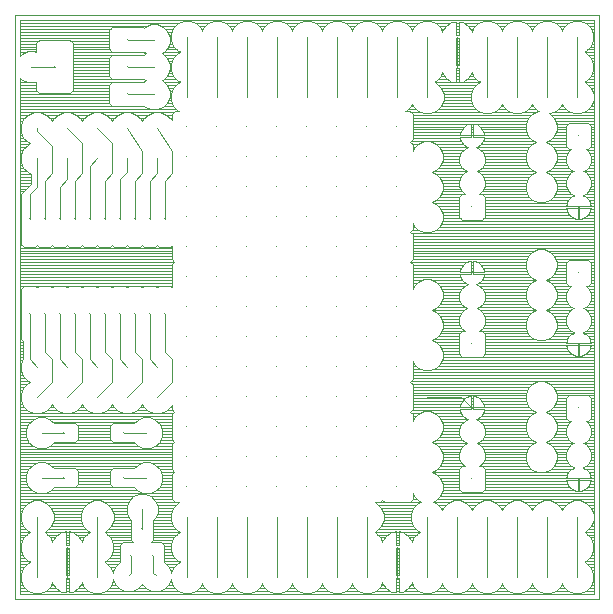
<source format=gtl>
G04 This is an RS-274x file exported by *
G04 gerbv version 2.3.0 *
G04 More information is available about gerbv at *
G04 http://gerbv.sourceforge.net/ *
G04 --End of header info--*
%MOIN*%
%FSLAX23Y23*%
%IPPOS*%
G04 --Define apertures--*
%ADD10C,0,0000*%
%ADD11C,0,0740*%
%ADD12R,0,0236X0,1535*%
%ADD13R,0,0880X0,0480*%
%ADD14R,0,0866X0,1417*%
%ADD15R,0,0394X0,0551*%
%ADD16R,0,0600X0,0300*%
%ADD17R,0,0515X0,0515*%
%ADD18C,0,0515*%
%ADD19C,0,0100*%
%ADD20C,0,0160*%
%ADD21C,0,0760*%
%ADD22C,0,0356*%
%ADD23C,0,0700*%
%ADD24R,0,0700X0,0700*%
G04 --Start main section--*
G54D10*
G01X00065Y00081D02*
G01X00065Y02030D01*
G01X00065Y02030D02*
G01X02013Y02029D01*
G01X02013Y02029D02*
G01X02013Y00081D01*
G01X02013Y00081D02*
G01X00065Y00081D01*
G54D11*
G01X00140Y00156D03*
G01X00240Y00156D03*
G01X00340Y00156D03*
G01X00340Y00256D03*
G01X00240Y00256D03*
G01X00140Y00256D03*
G01X00640Y00256D03*
G01X00640Y00156D03*
G01X00740Y00156D03*
G01X00840Y00156D03*
G01X00940Y00156D03*
G01X01040Y00156D03*
G01X01140Y00156D03*
G01X01240Y00156D03*
G01X01340Y00156D03*
G01X01440Y00156D03*
G01X01540Y00156D03*
G01X01640Y00156D03*
G01X01740Y00156D03*
G01X01840Y00156D03*
G01X01940Y00156D03*
G01X01940Y00256D03*
G01X01840Y00256D03*
G01X01740Y00256D03*
G01X01640Y00256D03*
G01X01540Y00256D03*
G01X01440Y00256D03*
G01X01340Y00256D03*
G01X01240Y00256D03*
G01X01140Y00256D03*
G01X01040Y00256D03*
G01X00940Y00256D03*
G01X00840Y00256D03*
G01X00740Y00256D03*
G01X00740Y01856D03*
G01X00840Y01856D03*
G01X00940Y01856D03*
G01X01040Y01856D03*
G01X01140Y01856D03*
G01X01240Y01856D03*
G01X01340Y01856D03*
G01X01440Y01856D03*
G01X01540Y01856D03*
G01X01640Y01856D03*
G01X01740Y01856D03*
G01X01840Y01856D03*
G01X01940Y01856D03*
G01X01940Y01956D03*
G01X01840Y01956D03*
G01X01740Y01956D03*
G01X01640Y01956D03*
G01X01540Y01956D03*
G01X01440Y01956D03*
G01X01340Y01956D03*
G01X01240Y01956D03*
G01X01140Y01956D03*
G01X01040Y01956D03*
G01X00940Y01956D03*
G01X00840Y01956D03*
G01X00740Y01956D03*
G01X00640Y01956D03*
G01X00640Y01856D03*
G54D12*
G01X00565Y01348D03*
G01X00515Y01348D03*
G01X00465Y01348D03*
G01X00415Y01348D03*
G01X00365Y01348D03*
G01X00315Y01348D03*
G01X00265Y01348D03*
G01X00215Y01348D03*
G01X00165Y01348D03*
G01X00115Y01348D03*
G01X00115Y01033D03*
G01X00165Y01033D03*
G01X00215Y01033D03*
G01X00265Y01033D03*
G01X00315Y01033D03*
G01X00365Y01033D03*
G01X00415Y01033D03*
G01X00465Y01033D03*
G01X00515Y01033D03*
G01X00565Y01033D03*
G54D13*
G01X00442Y01765D03*
G01X00442Y01856D03*
G01X00442Y01947D03*
G54D14*
G01X00198Y01856D03*
G54D15*
G01X00490Y00314D03*
G01X00452Y00227D03*
G01X00527Y00227D03*
G54D16*
G01X00430Y00486D03*
G01X00430Y00636D03*
G01X00230Y00636D03*
G01X00230Y00486D03*
G54D17*
G01X01590Y00483D03*
G01X01945Y00719D03*
G01X01590Y00933D03*
G01X01945Y01169D03*
G01X01590Y01390D03*
G01X01945Y01626D03*
G54D18*
G01X01945Y01547D03*
G01X01945Y01468D03*
G01X01945Y01390D03*
G01X01945Y01090D03*
G01X01945Y01011D03*
G01X01945Y00933D03*
G01X01945Y00640D03*
G01X01945Y00561D03*
G01X01945Y00483D03*
G01X01590Y00561D03*
G01X01590Y00640D03*
G01X01590Y00719D03*
G01X01590Y01011D03*
G01X01590Y01090D03*
G01X01590Y01169D03*
G01X01590Y01468D03*
G01X01590Y01547D03*
G01X01590Y01626D03*
G54D19*
G01X01587Y01628D02*
G01X01392Y01628D01*
G01X01392Y01638D02*
G01X01551Y01638D01*
G01X01550Y01635D02*
G01X01549Y01629D01*
G01X01549Y01629D02*
G01X01549Y01629D01*
G01X01549Y01629D02*
G01X01587Y01629D01*
G01X01587Y01629D02*
G01X01587Y01623D01*
G01X01587Y01623D02*
G01X01549Y01623D01*
G01X01549Y01623D02*
G01X01549Y01623D01*
G01X01549Y01623D02*
G01X01550Y01616D01*
G01X01550Y01616D02*
G01X01552Y01610D01*
G01X01552Y01610D02*
G01X01555Y01604D01*
G01X01555Y01604D02*
G01X01558Y01599D01*
G01X01558Y01599D02*
G01X01563Y01595D01*
G01X01563Y01595D02*
G01X01568Y01591D01*
G01X01568Y01591D02*
G01X01574Y01588D01*
G01X01574Y01588D02*
G01X01576Y01588D01*
G01X01576Y01588D02*
G01X01565Y01583D01*
G01X01565Y01583D02*
G01X01553Y01571D01*
G01X01553Y01571D02*
G01X01547Y01556D01*
G01X01547Y01556D02*
G01X01547Y01539D01*
G01X01547Y01539D02*
G01X01553Y01523D01*
G01X01553Y01523D02*
G01X01565Y01511D01*
G01X01565Y01511D02*
G01X01573Y01508D01*
G01X01573Y01508D02*
G01X01565Y01505D01*
G01X01565Y01505D02*
G01X01553Y01493D01*
G01X01553Y01493D02*
G01X01547Y01477D01*
G01X01547Y01477D02*
G01X01547Y01460D01*
G01X01547Y01460D02*
G01X01553Y01444D01*
G01X01553Y01444D02*
G01X01565Y01432D01*
G01X01565Y01432D02*
G01X01557Y01432D01*
G01X01557Y01432D02*
G01X01547Y01422D01*
G01X01547Y01422D02*
G01X01547Y01357D01*
G01X01547Y01357D02*
G01X01557Y01347D01*
G01X01557Y01347D02*
G01X01622Y01347D01*
G01X01622Y01347D02*
G01X01632Y01357D01*
G01X01632Y01357D02*
G01X01632Y01422D01*
G01X01632Y01422D02*
G01X01622Y01432D01*
G01X01622Y01432D02*
G01X01614Y01432D01*
G01X01614Y01432D02*
G01X01626Y01444D01*
G01X01626Y01444D02*
G01X01632Y01460D01*
G01X01632Y01460D02*
G01X01632Y01477D01*
G01X01632Y01477D02*
G01X01626Y01493D01*
G01X01626Y01493D02*
G01X01614Y01505D01*
G01X01614Y01505D02*
G01X01606Y01508D01*
G01X01606Y01508D02*
G01X01614Y01511D01*
G01X01614Y01511D02*
G01X01626Y01523D01*
G01X01626Y01523D02*
G01X01632Y01539D01*
G01X01632Y01539D02*
G01X01632Y01556D01*
G01X01632Y01556D02*
G01X01626Y01571D01*
G01X01626Y01571D02*
G01X01614Y01583D01*
G01X01614Y01583D02*
G01X01604Y01588D01*
G01X01604Y01588D02*
G01X01605Y01588D01*
G01X01605Y01588D02*
G01X01611Y01591D01*
G01X01611Y01591D02*
G01X01616Y01595D01*
G01X01616Y01595D02*
G01X01621Y01599D01*
G01X01621Y01599D02*
G01X01624Y01604D01*
G01X01624Y01604D02*
G01X01627Y01610D01*
G01X01627Y01610D02*
G01X01629Y01616D01*
G01X01629Y01616D02*
G01X01630Y01623D01*
G01X01630Y01623D02*
G01X01630Y01623D01*
G01X01630Y01623D02*
G01X01592Y01623D01*
G01X01592Y01623D02*
G01X01592Y01629D01*
G01X01592Y01629D02*
G01X01630Y01629D01*
G01X01630Y01629D02*
G01X01630Y01629D01*
G01X01630Y01629D02*
G01X01629Y01635D01*
G01X01629Y01635D02*
G01X01627Y01641D01*
G01X01627Y01641D02*
G01X01624Y01647D01*
G01X01624Y01647D02*
G01X01621Y01652D01*
G01X01621Y01652D02*
G01X01616Y01657D01*
G01X01616Y01657D02*
G01X01611Y01661D01*
G01X01611Y01661D02*
G01X01605Y01664D01*
G01X01605Y01664D02*
G01X01599Y01666D01*
G01X01599Y01666D02*
G01X01593Y01667D01*
G01X01593Y01667D02*
G01X01592Y01667D01*
G01X01592Y01667D02*
G01X01592Y01629D01*
G01X01592Y01629D02*
G01X01587Y01629D01*
G01X01587Y01629D02*
G01X01587Y01667D01*
G01X01587Y01667D02*
G01X01586Y01667D01*
G01X01586Y01667D02*
G01X01580Y01666D01*
G01X01580Y01666D02*
G01X01574Y01664D01*
G01X01574Y01664D02*
G01X01568Y01661D01*
G01X01568Y01661D02*
G01X01563Y01657D01*
G01X01563Y01657D02*
G01X01558Y01652D01*
G01X01558Y01652D02*
G01X01555Y01647D01*
G01X01555Y01647D02*
G01X01552Y01641D01*
G01X01552Y01641D02*
G01X01550Y01635D01*
G01X01555Y01648D02*
G01X01392Y01648D01*
G01X01392Y01657D02*
G01X01564Y01657D01*
G01X01587Y01657D02*
G01X01592Y01657D01*
G01X01592Y01648D02*
G01X01587Y01648D01*
G01X01587Y01638D02*
G01X01592Y01638D01*
G01X01592Y01628D02*
G01X01775Y01628D01*
G01X01775Y01626D02*
G01X01790Y01612D01*
G01X01790Y01612D02*
G01X01804Y01606D01*
G01X01804Y01606D02*
G01X01790Y01600D01*
G01X01790Y01600D02*
G01X01775Y01585D01*
G01X01775Y01585D02*
G01X01768Y01566D01*
G01X01768Y01566D02*
G01X01768Y01545D01*
G01X01768Y01545D02*
G01X01775Y01526D01*
G01X01775Y01526D02*
G01X01790Y01512D01*
G01X01790Y01512D02*
G01X01804Y01506D01*
G01X01804Y01506D02*
G01X01790Y01500D01*
G01X01790Y01500D02*
G01X01619Y01500D01*
G01X01611Y01510D02*
G01X01795Y01510D01*
G01X01790Y01500D02*
G01X01775Y01485D01*
G01X01775Y01485D02*
G01X01768Y01466D01*
G01X01768Y01466D02*
G01X01768Y01445D01*
G01X01768Y01445D02*
G01X01775Y01426D01*
G01X01775Y01426D02*
G01X01790Y01412D01*
G01X01790Y01412D02*
G01X01809Y01404D01*
G01X01809Y01404D02*
G01X01830Y01404D01*
G01X01830Y01404D02*
G01X01849Y01412D01*
G01X01849Y01412D02*
G01X01864Y01426D01*
G01X01864Y01426D02*
G01X01872Y01445D01*
G01X01872Y01445D02*
G01X01872Y01466D01*
G01X01872Y01466D02*
G01X01864Y01485D01*
G01X01864Y01485D02*
G01X01849Y01500D01*
G01X01849Y01500D02*
G01X01835Y01506D01*
G01X01835Y01506D02*
G01X01849Y01512D01*
G01X01849Y01512D02*
G01X01864Y01526D01*
G01X01864Y01526D02*
G01X01872Y01545D01*
G01X01872Y01545D02*
G01X01872Y01566D01*
G01X01872Y01566D02*
G01X01864Y01585D01*
G01X01864Y01585D02*
G01X01849Y01600D01*
G01X01849Y01600D02*
G01X01835Y01606D01*
G01X01835Y01606D02*
G01X01849Y01612D01*
G01X01849Y01612D02*
G01X01864Y01626D01*
G01X01864Y01626D02*
G01X01872Y01645D01*
G01X01872Y01645D02*
G01X01872Y01666D01*
G01X01872Y01666D02*
G01X01864Y01685D01*
G01X01864Y01685D02*
G01X01849Y01700D01*
G01X01849Y01700D02*
G01X01847Y01701D01*
G01X01847Y01701D02*
G01X01850Y01701D01*
G01X01850Y01701D02*
G01X01871Y01709D01*
G01X01871Y01709D02*
G01X01886Y01725D01*
G01X01886Y01725D02*
G01X01890Y01733D01*
G01X01890Y01733D02*
G01X01893Y01725D01*
G01X01893Y01725D02*
G01X01908Y01709D01*
G01X01908Y01709D02*
G01X01929Y01701D01*
G01X01929Y01701D02*
G01X01950Y01701D01*
G01X01950Y01701D02*
G01X01971Y01709D01*
G01X01971Y01709D02*
G01X01986Y01725D01*
G01X01986Y01725D02*
G01X01995Y01745D01*
G01X01995Y01745D02*
G01X01995Y01767D01*
G01X01995Y01767D02*
G01X01986Y01787D01*
G01X01986Y01787D02*
G01X01971Y01802D01*
G01X01971Y01802D02*
G01X01965Y01805D01*
G01X01965Y01805D02*
G01X01965Y01808D01*
G01X01965Y01808D02*
G01X01970Y01810D01*
G01X01970Y01810D02*
G01X01985Y01825D01*
G01X01985Y01825D02*
G01X01994Y01845D01*
G01X01994Y01845D02*
G01X01994Y01866D01*
G01X01994Y01866D02*
G01X01985Y01886D01*
G01X01985Y01886D02*
G01X01970Y01901D01*
G01X01970Y01901D02*
G01X01965Y01904D01*
G01X01965Y01904D02*
G01X01965Y01908D01*
G01X01965Y01908D02*
G01X01970Y01910D01*
G01X01970Y01910D02*
G01X01985Y01925D01*
G01X01985Y01925D02*
G01X01994Y01945D01*
G01X01994Y01945D02*
G01X01994Y01966D01*
G01X01994Y01966D02*
G01X01985Y01986D01*
G01X01985Y01986D02*
G01X01970Y02001D01*
G01X01970Y02001D02*
G01X01950Y02010D01*
G01X01950Y02010D02*
G01X01929Y02010D01*
G01X01929Y02010D02*
G01X01909Y02001D01*
G01X01909Y02001D02*
G01X01894Y01986D01*
G01X01894Y01986D02*
G01X01890Y01976D01*
G01X01890Y01976D02*
G01X01885Y01986D01*
G01X01885Y01986D02*
G01X01870Y02001D01*
G01X01870Y02001D02*
G01X01850Y02010D01*
G01X01850Y02010D02*
G01X01829Y02010D01*
G01X01829Y02010D02*
G01X01809Y02001D01*
G01X01809Y02001D02*
G01X01794Y01986D01*
G01X01794Y01986D02*
G01X01790Y01976D01*
G01X01790Y01976D02*
G01X01785Y01986D01*
G01X01785Y01986D02*
G01X01770Y02001D01*
G01X01770Y02001D02*
G01X01750Y02010D01*
G01X01750Y02010D02*
G01X01729Y02010D01*
G01X01729Y02010D02*
G01X01709Y02001D01*
G01X01709Y02001D02*
G01X01694Y01986D01*
G01X01694Y01986D02*
G01X01690Y01976D01*
G01X01690Y01976D02*
G01X01685Y01986D01*
G01X01685Y01986D02*
G01X01670Y02001D01*
G01X01670Y02001D02*
G01X01650Y02010D01*
G01X01650Y02010D02*
G01X01629Y02010D01*
G01X01629Y02010D02*
G01X01609Y02001D01*
G01X01609Y02001D02*
G01X01594Y01986D01*
G01X01594Y01986D02*
G01X01588Y01973D01*
G01X01588Y01973D02*
G01X01588Y01976D01*
G01X01588Y01976D02*
G01X01584Y01983D01*
G01X01584Y01983D02*
G01X01579Y01990D01*
G01X01579Y01990D02*
G01X01573Y01995D01*
G01X01573Y01995D02*
G01X01567Y02000D01*
G01X01567Y02000D02*
G01X01560Y02004D01*
G01X01560Y02004D02*
G01X01552Y02006D01*
G01X01552Y02006D02*
G01X01545Y02007D01*
G01X01545Y02007D02*
G01X01545Y01961D01*
G01X01545Y01961D02*
G01X01535Y01961D01*
G01X01535Y01961D02*
G01X01535Y02007D01*
G01X01535Y02007D02*
G01X01527Y02006D01*
G01X01527Y02006D02*
G01X01520Y02004D01*
G01X01520Y02004D02*
G01X01512Y02000D01*
G01X01512Y02000D02*
G01X01506Y01995D01*
G01X01506Y01995D02*
G01X01500Y01990D01*
G01X01500Y01990D02*
G01X01495Y01983D01*
G01X01495Y01983D02*
G01X01491Y01976D01*
G01X01491Y01976D02*
G01X01491Y01973D01*
G01X01491Y01973D02*
G01X01485Y01986D01*
G01X01485Y01986D02*
G01X01470Y02001D01*
G01X01470Y02001D02*
G01X01450Y02010D01*
G01X01450Y02010D02*
G01X01429Y02010D01*
G01X01429Y02010D02*
G01X01409Y02001D01*
G01X01409Y02001D02*
G01X01394Y01986D01*
G01X01394Y01986D02*
G01X01390Y01976D01*
G01X01390Y01976D02*
G01X01385Y01986D01*
G01X01385Y01986D02*
G01X01370Y02001D01*
G01X01370Y02001D02*
G01X01350Y02010D01*
G01X01350Y02010D02*
G01X01329Y02010D01*
G01X01329Y02010D02*
G01X01309Y02001D01*
G01X01309Y02001D02*
G01X01294Y01986D01*
G01X01294Y01986D02*
G01X01290Y01976D01*
G01X01290Y01976D02*
G01X01285Y01986D01*
G01X01285Y01986D02*
G01X01270Y02001D01*
G01X01270Y02001D02*
G01X01250Y02010D01*
G01X01250Y02010D02*
G01X01229Y02010D01*
G01X01229Y02010D02*
G01X01209Y02001D01*
G01X01209Y02001D02*
G01X01194Y01986D01*
G01X01194Y01986D02*
G01X01190Y01976D01*
G01X01190Y01976D02*
G01X01185Y01986D01*
G01X01185Y01986D02*
G01X01170Y02001D01*
G01X01170Y02001D02*
G01X01150Y02010D01*
G01X01150Y02010D02*
G01X01129Y02010D01*
G01X01129Y02010D02*
G01X01109Y02001D01*
G01X01109Y02001D02*
G01X01094Y01986D01*
G01X01094Y01986D02*
G01X01090Y01976D01*
G01X01090Y01976D02*
G01X01085Y01986D01*
G01X01085Y01986D02*
G01X01070Y02001D01*
G01X01070Y02001D02*
G01X01050Y02010D01*
G01X01050Y02010D02*
G01X01029Y02010D01*
G01X01029Y02010D02*
G01X01009Y02001D01*
G01X01009Y02001D02*
G01X00994Y01986D01*
G01X00994Y01986D02*
G01X00990Y01976D01*
G01X00990Y01976D02*
G01X00985Y01986D01*
G01X00985Y01986D02*
G01X00970Y02001D01*
G01X00970Y02001D02*
G01X00950Y02010D01*
G01X00950Y02010D02*
G01X00929Y02010D01*
G01X00929Y02010D02*
G01X00909Y02001D01*
G01X00909Y02001D02*
G01X00894Y01986D01*
G01X00894Y01986D02*
G01X00890Y01976D01*
G01X00890Y01976D02*
G01X00885Y01986D01*
G01X00885Y01986D02*
G01X00870Y02001D01*
G01X00870Y02001D02*
G01X00850Y02010D01*
G01X00850Y02010D02*
G01X00829Y02010D01*
G01X00829Y02010D02*
G01X00809Y02001D01*
G01X00809Y02001D02*
G01X00794Y01986D01*
G01X00794Y01986D02*
G01X00790Y01976D01*
G01X00790Y01976D02*
G01X00785Y01986D01*
G01X00785Y01986D02*
G01X00770Y02001D01*
G01X00770Y02001D02*
G01X00750Y02010D01*
G01X00750Y02010D02*
G01X00729Y02010D01*
G01X00729Y02010D02*
G01X00709Y02001D01*
G01X00709Y02001D02*
G01X00694Y01986D01*
G01X00694Y01986D02*
G01X00690Y01976D01*
G01X00690Y01976D02*
G01X00685Y01986D01*
G01X00685Y01986D02*
G01X00670Y02001D01*
G01X00670Y02001D02*
G01X00650Y02010D01*
G01X00650Y02010D02*
G01X00629Y02010D01*
G01X00629Y02010D02*
G01X00609Y02001D01*
G01X00609Y02001D02*
G01X00594Y01986D01*
G01X00594Y01986D02*
G01X00586Y01966D01*
G01X00586Y01966D02*
G01X00586Y01945D01*
G01X00586Y01945D02*
G01X00594Y01925D01*
G01X00594Y01925D02*
G01X00609Y01910D01*
G01X00609Y01910D02*
G01X00615Y01908D01*
G01X00615Y01908D02*
G01X00615Y01904D01*
G01X00615Y01904D02*
G01X00609Y01901D01*
G01X00609Y01901D02*
G01X00594Y01886D01*
G01X00594Y01886D02*
G01X00586Y01866D01*
G01X00586Y01866D02*
G01X00586Y01845D01*
G01X00586Y01845D02*
G01X00594Y01825D01*
G01X00594Y01825D02*
G01X00609Y01810D01*
G01X00609Y01810D02*
G01X00615Y01808D01*
G01X00615Y01808D02*
G01X00615Y01805D01*
G01X00615Y01805D02*
G01X00608Y01802D01*
G01X00608Y01802D02*
G01X00593Y01787D01*
G01X00593Y01787D02*
G01X00585Y01767D01*
G01X00585Y01767D02*
G01X00585Y01745D01*
G01X00585Y01745D02*
G01X00593Y01725D01*
G01X00593Y01725D02*
G01X00608Y01709D01*
G01X00608Y01709D02*
G01X00612Y01708D01*
G01X00612Y01708D02*
G01X00598Y01708D01*
G01X00598Y01708D02*
G01X00588Y01698D01*
G01X00588Y01698D02*
G01X00588Y01678D01*
G01X00588Y01678D02*
G01X00586Y01682D01*
G01X00586Y01682D02*
G01X00571Y01697D01*
G01X00571Y01697D02*
G01X00550Y01706D01*
G01X00550Y01706D02*
G01X00529Y01706D01*
G01X00529Y01706D02*
G01X00508Y01697D01*
G01X00508Y01697D02*
G01X00493Y01682D01*
G01X00493Y01682D02*
G01X00490Y01674D01*
G01X00490Y01674D02*
G01X00486Y01682D01*
G01X00486Y01682D02*
G01X00471Y01697D01*
G01X00471Y01697D02*
G01X00450Y01706D01*
G01X00450Y01706D02*
G01X00429Y01706D01*
G01X00429Y01706D02*
G01X00408Y01697D01*
G01X00408Y01697D02*
G01X00393Y01682D01*
G01X00393Y01682D02*
G01X00390Y01674D01*
G01X00390Y01674D02*
G01X00386Y01682D01*
G01X00386Y01682D02*
G01X00371Y01697D01*
G01X00371Y01697D02*
G01X00350Y01706D01*
G01X00350Y01706D02*
G01X00329Y01706D01*
G01X00329Y01706D02*
G01X00308Y01697D01*
G01X00308Y01697D02*
G01X00293Y01682D01*
G01X00293Y01682D02*
G01X00290Y01674D01*
G01X00290Y01674D02*
G01X00286Y01682D01*
G01X00286Y01682D02*
G01X00271Y01697D01*
G01X00271Y01697D02*
G01X00250Y01706D01*
G01X00250Y01706D02*
G01X00229Y01706D01*
G01X00229Y01706D02*
G01X00208Y01697D01*
G01X00208Y01697D02*
G01X00193Y01682D01*
G01X00193Y01682D02*
G01X00190Y01674D01*
G01X00190Y01674D02*
G01X00186Y01682D01*
G01X00186Y01682D02*
G01X00171Y01697D01*
G01X00171Y01697D02*
G01X00150Y01706D01*
G01X00150Y01706D02*
G01X00129Y01706D01*
G01X00129Y01706D02*
G01X00108Y01697D01*
G01X00108Y01697D02*
G01X00093Y01682D01*
G01X00093Y01682D02*
G01X00085Y01662D01*
G01X00085Y01662D02*
G01X00085Y01640D01*
G01X00085Y01640D02*
G01X00093Y01620D01*
G01X00093Y01620D02*
G01X00108Y01604D01*
G01X00108Y01604D02*
G01X00117Y01601D01*
G01X00117Y01601D02*
G01X00108Y01597D01*
G01X00108Y01597D02*
G01X00093Y01582D01*
G01X00093Y01582D02*
G01X00085Y01562D01*
G01X00085Y01562D02*
G01X00085Y01540D01*
G01X00085Y01540D02*
G01X00093Y01520D01*
G01X00093Y01520D02*
G01X00108Y01504D01*
G01X00108Y01504D02*
G01X00118Y01500D01*
G01X00118Y01500D02*
G01X00118Y01465D01*
G01X00118Y01465D02*
G01X00093Y01440D01*
G01X00093Y01440D02*
G01X00093Y01439D01*
G01X00093Y01439D02*
G01X00086Y01432D01*
G01X00086Y01432D02*
G01X00086Y01264D01*
G01X00086Y01264D02*
G01X00096Y01254D01*
G01X00096Y01254D02*
G01X00133Y01254D01*
G01X00133Y01254D02*
G01X00140Y01261D01*
G01X00140Y01261D02*
G01X00146Y01254D01*
G01X00146Y01254D02*
G01X00183Y01254D01*
G01X00183Y01254D02*
G01X00190Y01261D01*
G01X00190Y01261D02*
G01X00196Y01254D01*
G01X00196Y01254D02*
G01X00233Y01254D01*
G01X00233Y01254D02*
G01X00240Y01261D01*
G01X00240Y01261D02*
G01X00246Y01254D01*
G01X00246Y01254D02*
G01X00283Y01254D01*
G01X00283Y01254D02*
G01X00290Y01261D01*
G01X00290Y01261D02*
G01X00296Y01254D01*
G01X00296Y01254D02*
G01X00333Y01254D01*
G01X00333Y01254D02*
G01X00340Y01261D01*
G01X00340Y01261D02*
G01X00346Y01254D01*
G01X00346Y01254D02*
G01X00383Y01254D01*
G01X00383Y01254D02*
G01X00390Y01261D01*
G01X00390Y01261D02*
G01X00396Y01254D01*
G01X00396Y01254D02*
G01X00433Y01254D01*
G01X00433Y01254D02*
G01X00440Y01261D01*
G01X00440Y01261D02*
G01X00446Y01254D01*
G01X00446Y01254D02*
G01X00483Y01254D01*
G01X00483Y01254D02*
G01X00490Y01261D01*
G01X00490Y01261D02*
G01X00496Y01254D01*
G01X00496Y01254D02*
G01X00533Y01254D01*
G01X00533Y01254D02*
G01X00540Y01261D01*
G01X00540Y01261D02*
G01X00546Y01254D01*
G01X00546Y01254D02*
G01X00583Y01254D01*
G01X00583Y01254D02*
G01X00588Y01259D01*
G01X00588Y01259D02*
G01X00588Y01214D01*
G01X00588Y01214D02*
G01X00596Y01206D01*
G01X00596Y01206D02*
G01X00588Y01198D01*
G01X00588Y01198D02*
G01X00588Y01123D01*
G01X00588Y01123D02*
G01X00583Y01127D01*
G01X00583Y01127D02*
G01X00546Y01127D01*
G01X00546Y01127D02*
G01X00540Y01121D01*
G01X00540Y01121D02*
G01X00533Y01127D01*
G01X00533Y01127D02*
G01X00496Y01127D01*
G01X00496Y01127D02*
G01X00490Y01121D01*
G01X00490Y01121D02*
G01X00483Y01127D01*
G01X00483Y01127D02*
G01X00446Y01127D01*
G01X00446Y01127D02*
G01X00440Y01121D01*
G01X00440Y01121D02*
G01X00433Y01127D01*
G01X00433Y01127D02*
G01X00396Y01127D01*
G01X00396Y01127D02*
G01X00390Y01121D01*
G01X00390Y01121D02*
G01X00383Y01127D01*
G01X00383Y01127D02*
G01X00346Y01127D01*
G01X00346Y01127D02*
G01X00340Y01121D01*
G01X00340Y01121D02*
G01X00333Y01127D01*
G01X00333Y01127D02*
G01X00296Y01127D01*
G01X00296Y01127D02*
G01X00290Y01121D01*
G01X00290Y01121D02*
G01X00283Y01127D01*
G01X00283Y01127D02*
G01X00246Y01127D01*
G01X00246Y01127D02*
G01X00240Y01121D01*
G01X00240Y01121D02*
G01X00233Y01127D01*
G01X00233Y01127D02*
G01X00196Y01127D01*
G01X00196Y01127D02*
G01X00190Y01121D01*
G01X00190Y01121D02*
G01X00183Y01127D01*
G01X00183Y01127D02*
G01X00146Y01127D01*
G01X00146Y01127D02*
G01X00140Y01121D01*
G01X00140Y01121D02*
G01X00133Y01127D01*
G01X00133Y01127D02*
G01X00096Y01127D01*
G01X00096Y01127D02*
G01X00086Y01117D01*
G01X00086Y01117D02*
G01X00086Y00949D01*
G01X00086Y00949D02*
G01X00093Y00943D01*
G01X00093Y00943D02*
G01X00093Y00890D01*
G01X00093Y00890D02*
G01X00093Y00886D01*
G01X00093Y00886D02*
G01X00085Y00867D01*
G01X00085Y00867D02*
G01X00085Y00845D01*
G01X00085Y00845D02*
G01X00093Y00825D01*
G01X00093Y00825D02*
G01X00108Y00809D01*
G01X00108Y00809D02*
G01X00117Y00806D01*
G01X00117Y00806D02*
G01X00108Y00802D01*
G01X00108Y00802D02*
G01X00093Y00787D01*
G01X00093Y00787D02*
G01X00085Y00767D01*
G01X00085Y00767D02*
G01X00085Y00745D01*
G01X00085Y00745D02*
G01X00093Y00725D01*
G01X00093Y00725D02*
G01X00108Y00709D01*
G01X00108Y00709D02*
G01X00129Y00701D01*
G01X00129Y00701D02*
G01X00150Y00701D01*
G01X00150Y00701D02*
G01X00171Y00709D01*
G01X00171Y00709D02*
G01X00186Y00725D01*
G01X00186Y00725D02*
G01X00190Y00733D01*
G01X00190Y00733D02*
G01X00193Y00725D01*
G01X00193Y00725D02*
G01X00208Y00709D01*
G01X00208Y00709D02*
G01X00229Y00701D01*
G01X00229Y00701D02*
G01X00250Y00701D01*
G01X00250Y00701D02*
G01X00271Y00709D01*
G01X00271Y00709D02*
G01X00286Y00725D01*
G01X00286Y00725D02*
G01X00290Y00733D01*
G01X00290Y00733D02*
G01X00293Y00725D01*
G01X00293Y00725D02*
G01X00308Y00709D01*
G01X00308Y00709D02*
G01X00329Y00701D01*
G01X00329Y00701D02*
G01X00350Y00701D01*
G01X00350Y00701D02*
G01X00371Y00709D01*
G01X00371Y00709D02*
G01X00386Y00725D01*
G01X00386Y00725D02*
G01X00390Y00733D01*
G01X00390Y00733D02*
G01X00393Y00725D01*
G01X00393Y00725D02*
G01X00408Y00709D01*
G01X00408Y00709D02*
G01X00429Y00701D01*
G01X00429Y00701D02*
G01X00450Y00701D01*
G01X00450Y00701D02*
G01X00471Y00709D01*
G01X00471Y00709D02*
G01X00486Y00725D01*
G01X00486Y00725D02*
G01X00490Y00733D01*
G01X00490Y00733D02*
G01X00493Y00725D01*
G01X00493Y00725D02*
G01X00508Y00709D01*
G01X00508Y00709D02*
G01X00529Y00701D01*
G01X00529Y00701D02*
G01X00550Y00701D01*
G01X00550Y00701D02*
G01X00571Y00709D01*
G01X00571Y00709D02*
G01X00586Y00725D01*
G01X00586Y00725D02*
G01X00588Y00728D01*
G01X00588Y00728D02*
G01X00588Y00714D01*
G01X00588Y00714D02*
G01X00596Y00706D01*
G01X00596Y00706D02*
G01X00588Y00698D01*
G01X00588Y00698D02*
G01X00588Y00614D01*
G01X00588Y00614D02*
G01X00596Y00606D01*
G01X00596Y00606D02*
G01X00588Y00598D01*
G01X00588Y00598D02*
G01X00588Y00514D01*
G01X00588Y00514D02*
G01X00596Y00506D01*
G01X00596Y00506D02*
G01X00588Y00498D01*
G01X00588Y00498D02*
G01X00588Y00414D01*
G01X00588Y00414D02*
G01X00598Y00404D01*
G01X00598Y00404D02*
G01X00612Y00404D01*
G01X00612Y00404D02*
G01X00608Y00402D01*
G01X00608Y00402D02*
G01X00593Y00387D01*
G01X00593Y00387D02*
G01X00585Y00367D01*
G01X00585Y00367D02*
G01X00585Y00345D01*
G01X00585Y00345D02*
G01X00593Y00325D01*
G01X00593Y00325D02*
G01X00608Y00309D01*
G01X00608Y00309D02*
G01X00615Y00307D01*
G01X00615Y00307D02*
G01X00615Y00304D01*
G01X00615Y00304D02*
G01X00609Y00301D01*
G01X00609Y00301D02*
G01X00594Y00286D01*
G01X00594Y00286D02*
G01X00586Y00266D01*
G01X00586Y00266D02*
G01X00586Y00245D01*
G01X00586Y00245D02*
G01X00594Y00225D01*
G01X00594Y00225D02*
G01X00609Y00210D01*
G01X00609Y00210D02*
G01X00615Y00208D01*
G01X00615Y00208D02*
G01X00615Y00204D01*
G01X00615Y00204D02*
G01X00609Y00201D01*
G01X00609Y00201D02*
G01X00594Y00186D01*
G01X00594Y00186D02*
G01X00587Y00169D01*
G01X00587Y00169D02*
G01X00587Y00171D01*
G01X00587Y00171D02*
G01X00579Y00190D01*
G01X00579Y00190D02*
G01X00564Y00205D01*
G01X00564Y00205D02*
G01X00564Y00205D01*
G01X00564Y00205D02*
G01X00564Y00262D01*
G01X00564Y00262D02*
G01X00554Y00272D01*
G01X00554Y00272D02*
G01X00519Y00272D01*
G01X00519Y00272D02*
G01X00526Y00279D01*
G01X00526Y00279D02*
G01X00526Y00344D01*
G01X00526Y00344D02*
G01X00534Y00351D01*
G01X00534Y00351D02*
G01X00542Y00370D01*
G01X00542Y00370D02*
G01X00542Y00391D01*
G01X00542Y00391D02*
G01X00534Y00410D01*
G01X00534Y00410D02*
G01X00519Y00425D01*
G01X00519Y00425D02*
G01X00500Y00433D01*
G01X00500Y00433D02*
G01X00479Y00433D01*
G01X00479Y00433D02*
G01X00460Y00425D01*
G01X00460Y00425D02*
G01X00445Y00410D01*
G01X00445Y00410D02*
G01X00438Y00391D01*
G01X00438Y00391D02*
G01X00438Y00370D01*
G01X00438Y00370D02*
G01X00445Y00351D01*
G01X00445Y00351D02*
G01X00453Y00344D01*
G01X00453Y00344D02*
G01X00453Y00279D01*
G01X00453Y00279D02*
G01X00460Y00272D01*
G01X00460Y00272D02*
G01X00425Y00272D01*
G01X00425Y00272D02*
G01X00415Y00262D01*
G01X00415Y00262D02*
G01X00415Y00205D01*
G01X00415Y00205D02*
G01X00415Y00205D01*
G01X00415Y00205D02*
G01X00400Y00190D01*
G01X00400Y00190D02*
G01X00393Y00171D01*
G01X00393Y00171D02*
G01X00393Y00169D01*
G01X00393Y00169D02*
G01X00385Y00186D01*
G01X00385Y00186D02*
G01X00370Y00201D01*
G01X00370Y00201D02*
G01X00365Y00204D01*
G01X00365Y00204D02*
G01X00365Y00208D01*
G01X00365Y00208D02*
G01X00370Y00210D01*
G01X00370Y00210D02*
G01X00385Y00225D01*
G01X00385Y00225D02*
G01X00394Y00245D01*
G01X00394Y00245D02*
G01X00394Y00266D01*
G01X00394Y00266D02*
G01X00385Y00286D01*
G01X00385Y00286D02*
G01X00370Y00301D01*
G01X00370Y00301D02*
G01X00365Y00304D01*
G01X00365Y00304D02*
G01X00365Y00307D01*
G01X00365Y00307D02*
G01X00371Y00309D01*
G01X00371Y00309D02*
G01X00386Y00325D01*
G01X00386Y00325D02*
G01X00395Y00345D01*
G01X00395Y00345D02*
G01X00395Y00367D01*
G01X00395Y00367D02*
G01X00386Y00387D01*
G01X00386Y00387D02*
G01X00371Y00402D01*
G01X00371Y00402D02*
G01X00350Y00411D01*
G01X00350Y00411D02*
G01X00329Y00411D01*
G01X00329Y00411D02*
G01X00308Y00402D01*
G01X00308Y00402D02*
G01X00293Y00387D01*
G01X00293Y00387D02*
G01X00285Y00367D01*
G01X00285Y00367D02*
G01X00285Y00345D01*
G01X00285Y00345D02*
G01X00293Y00325D01*
G01X00293Y00325D02*
G01X00308Y00309D01*
G01X00308Y00309D02*
G01X00315Y00307D01*
G01X00315Y00307D02*
G01X00315Y00304D01*
G01X00315Y00304D02*
G01X00309Y00301D01*
G01X00309Y00301D02*
G01X00294Y00286D01*
G01X00294Y00286D02*
G01X00288Y00273D01*
G01X00288Y00273D02*
G01X00288Y00276D01*
G01X00288Y00276D02*
G01X00284Y00283D01*
G01X00284Y00283D02*
G01X00279Y00290D01*
G01X00279Y00290D02*
G01X00273Y00295D01*
G01X00273Y00295D02*
G01X00267Y00300D01*
G01X00267Y00300D02*
G01X00260Y00304D01*
G01X00260Y00304D02*
G01X00252Y00306D01*
G01X00252Y00306D02*
G01X00245Y00308D01*
G01X00245Y00308D02*
G01X00245Y00261D01*
G01X00245Y00261D02*
G01X00235Y00261D01*
G01X00235Y00261D02*
G01X00235Y00308D01*
G01X00235Y00308D02*
G01X00227Y00306D01*
G01X00227Y00306D02*
G01X00220Y00304D01*
G01X00220Y00304D02*
G01X00212Y00300D01*
G01X00212Y00300D02*
G01X00206Y00295D01*
G01X00206Y00295D02*
G01X00200Y00290D01*
G01X00200Y00290D02*
G01X00195Y00283D01*
G01X00195Y00283D02*
G01X00191Y00276D01*
G01X00191Y00276D02*
G01X00191Y00273D01*
G01X00191Y00273D02*
G01X00185Y00286D01*
G01X00185Y00286D02*
G01X00170Y00301D01*
G01X00170Y00301D02*
G01X00165Y00304D01*
G01X00165Y00304D02*
G01X00165Y00307D01*
G01X00165Y00307D02*
G01X00171Y00309D01*
G01X00171Y00309D02*
G01X00186Y00325D01*
G01X00186Y00325D02*
G01X00195Y00345D01*
G01X00195Y00345D02*
G01X00195Y00367D01*
G01X00195Y00367D02*
G01X00186Y00387D01*
G01X00186Y00387D02*
G01X00171Y00402D01*
G01X00171Y00402D02*
G01X00150Y00411D01*
G01X00150Y00411D02*
G01X00129Y00411D01*
G01X00129Y00411D02*
G01X00108Y00402D01*
G01X00108Y00402D02*
G01X00093Y00387D01*
G01X00093Y00387D02*
G01X00085Y00367D01*
G01X00085Y00367D02*
G01X00085Y00345D01*
G01X00085Y00345D02*
G01X00093Y00325D01*
G01X00093Y00325D02*
G01X00108Y00309D01*
G01X00108Y00309D02*
G01X00115Y00307D01*
G01X00115Y00307D02*
G01X00115Y00304D01*
G01X00115Y00304D02*
G01X00109Y00301D01*
G01X00109Y00301D02*
G01X00094Y00286D01*
G01X00094Y00286D02*
G01X00086Y00266D01*
G01X00086Y00266D02*
G01X00086Y00245D01*
G01X00086Y00245D02*
G01X00094Y00225D01*
G01X00094Y00225D02*
G01X00109Y00210D01*
G01X00109Y00210D02*
G01X00115Y00208D01*
G01X00115Y00208D02*
G01X00115Y00204D01*
G01X00115Y00204D02*
G01X00109Y00201D01*
G01X00109Y00201D02*
G01X00094Y00186D01*
G01X00094Y00186D02*
G01X00086Y00166D01*
G01X00086Y00166D02*
G01X00086Y00145D01*
G01X00086Y00145D02*
G01X00094Y00125D01*
G01X00094Y00125D02*
G01X00109Y00110D01*
G01X00109Y00110D02*
G01X00129Y00102D01*
G01X00129Y00102D02*
G01X00150Y00102D01*
G01X00150Y00102D02*
G01X00170Y00110D01*
G01X00170Y00110D02*
G01X00185Y00125D01*
G01X00185Y00125D02*
G01X00191Y00138D01*
G01X00191Y00138D02*
G01X00191Y00136D01*
G01X00191Y00136D02*
G01X00195Y00128D01*
G01X00195Y00128D02*
G01X00200Y00122D01*
G01X00200Y00122D02*
G01X00206Y00116D01*
G01X00206Y00116D02*
G01X00212Y00111D01*
G01X00212Y00111D02*
G01X00220Y00107D01*
G01X00220Y00107D02*
G01X00227Y00105D01*
G01X00227Y00105D02*
G01X00235Y00104D01*
G01X00235Y00104D02*
G01X00235Y00151D01*
G01X00235Y00151D02*
G01X00245Y00151D01*
G01X00245Y00151D02*
G01X00245Y00104D01*
G01X00245Y00104D02*
G01X00252Y00105D01*
G01X00252Y00105D02*
G01X00260Y00107D01*
G01X00260Y00107D02*
G01X00267Y00111D01*
G01X00267Y00111D02*
G01X00273Y00116D01*
G01X00273Y00116D02*
G01X00279Y00122D01*
G01X00279Y00122D02*
G01X00284Y00128D01*
G01X00284Y00128D02*
G01X00288Y00136D01*
G01X00288Y00136D02*
G01X00288Y00138D01*
G01X00288Y00138D02*
G01X00294Y00125D01*
G01X00294Y00125D02*
G01X00309Y00110D01*
G01X00309Y00110D02*
G01X00329Y00102D01*
G01X00329Y00102D02*
G01X00350Y00102D01*
G01X00350Y00102D02*
G01X00370Y00110D01*
G01X00370Y00110D02*
G01X00385Y00125D01*
G01X00385Y00125D02*
G01X00394Y00145D01*
G01X00394Y00145D02*
G01X00394Y00148D01*
G01X00394Y00148D02*
G01X00400Y00131D01*
G01X00400Y00131D02*
G01X00415Y00117D01*
G01X00415Y00117D02*
G01X00434Y00109D01*
G01X00434Y00109D02*
G01X00455Y00109D01*
G01X00455Y00109D02*
G01X00474Y00117D01*
G01X00474Y00117D02*
G01X00489Y00131D01*
G01X00489Y00131D02*
G01X00490Y00133D01*
G01X00490Y00133D02*
G01X00490Y00131D01*
G01X00490Y00131D02*
G01X00505Y00117D01*
G01X00505Y00117D02*
G01X00524Y00109D01*
G01X00524Y00109D02*
G01X00545Y00109D01*
G01X00545Y00109D02*
G01X00564Y00117D01*
G01X00564Y00117D02*
G01X00579Y00131D01*
G01X00579Y00131D02*
G01X00586Y00148D01*
G01X00586Y00148D02*
G01X00586Y00145D01*
G01X00586Y00145D02*
G01X00594Y00125D01*
G01X00594Y00125D02*
G01X00609Y00110D01*
G01X00609Y00110D02*
G01X00629Y00102D01*
G01X00629Y00102D02*
G01X00650Y00102D01*
G01X00650Y00102D02*
G01X00670Y00110D01*
G01X00670Y00110D02*
G01X00685Y00125D01*
G01X00685Y00125D02*
G01X00690Y00135D01*
G01X00690Y00135D02*
G01X00694Y00125D01*
G01X00694Y00125D02*
G01X00709Y00110D01*
G01X00709Y00110D02*
G01X00729Y00102D01*
G01X00729Y00102D02*
G01X00750Y00102D01*
G01X00750Y00102D02*
G01X00770Y00110D01*
G01X00770Y00110D02*
G01X00785Y00125D01*
G01X00785Y00125D02*
G01X00790Y00135D01*
G01X00790Y00135D02*
G01X00794Y00125D01*
G01X00794Y00125D02*
G01X00809Y00110D01*
G01X00809Y00110D02*
G01X00829Y00102D01*
G01X00829Y00102D02*
G01X00850Y00102D01*
G01X00850Y00102D02*
G01X00870Y00110D01*
G01X00870Y00110D02*
G01X00885Y00125D01*
G01X00885Y00125D02*
G01X00890Y00135D01*
G01X00890Y00135D02*
G01X00894Y00125D01*
G01X00894Y00125D02*
G01X00909Y00110D01*
G01X00909Y00110D02*
G01X00929Y00102D01*
G01X00929Y00102D02*
G01X00950Y00102D01*
G01X00950Y00102D02*
G01X00970Y00110D01*
G01X00970Y00110D02*
G01X00985Y00125D01*
G01X00985Y00125D02*
G01X00990Y00135D01*
G01X00990Y00135D02*
G01X00994Y00125D01*
G01X00994Y00125D02*
G01X01009Y00110D01*
G01X01009Y00110D02*
G01X01029Y00102D01*
G01X01029Y00102D02*
G01X01050Y00102D01*
G01X01050Y00102D02*
G01X01070Y00110D01*
G01X01070Y00110D02*
G01X01085Y00125D01*
G01X01085Y00125D02*
G01X01090Y00135D01*
G01X01090Y00135D02*
G01X01094Y00125D01*
G01X01094Y00125D02*
G01X01109Y00110D01*
G01X01109Y00110D02*
G01X01129Y00102D01*
G01X01129Y00102D02*
G01X01150Y00102D01*
G01X01150Y00102D02*
G01X01170Y00110D01*
G01X01170Y00110D02*
G01X01185Y00125D01*
G01X01185Y00125D02*
G01X01190Y00135D01*
G01X01190Y00135D02*
G01X01194Y00125D01*
G01X01194Y00125D02*
G01X01209Y00110D01*
G01X01209Y00110D02*
G01X01229Y00102D01*
G01X01229Y00102D02*
G01X01250Y00102D01*
G01X01250Y00102D02*
G01X01270Y00110D01*
G01X01270Y00110D02*
G01X01285Y00125D01*
G01X01285Y00125D02*
G01X01291Y00138D01*
G01X01291Y00138D02*
G01X01291Y00136D01*
G01X01291Y00136D02*
G01X01295Y00128D01*
G01X01295Y00128D02*
G01X01300Y00122D01*
G01X01300Y00122D02*
G01X01306Y00116D01*
G01X01306Y00116D02*
G01X01312Y00111D01*
G01X01312Y00111D02*
G01X01320Y00107D01*
G01X01320Y00107D02*
G01X01327Y00105D01*
G01X01327Y00105D02*
G01X01335Y00104D01*
G01X01335Y00104D02*
G01X01335Y00151D01*
G01X01335Y00151D02*
G01X01345Y00151D01*
G01X01345Y00151D02*
G01X01345Y00104D01*
G01X01345Y00104D02*
G01X01352Y00105D01*
G01X01352Y00105D02*
G01X01360Y00107D01*
G01X01360Y00107D02*
G01X01367Y00111D01*
G01X01367Y00111D02*
G01X01373Y00116D01*
G01X01373Y00116D02*
G01X01379Y00122D01*
G01X01379Y00122D02*
G01X01384Y00128D01*
G01X01384Y00128D02*
G01X01388Y00136D01*
G01X01388Y00136D02*
G01X01388Y00138D01*
G01X01388Y00138D02*
G01X01394Y00125D01*
G01X01394Y00125D02*
G01X01409Y00110D01*
G01X01409Y00110D02*
G01X01429Y00102D01*
G01X01429Y00102D02*
G01X01450Y00102D01*
G01X01450Y00102D02*
G01X01470Y00110D01*
G01X01470Y00110D02*
G01X01485Y00125D01*
G01X01485Y00125D02*
G01X01490Y00135D01*
G01X01490Y00135D02*
G01X01494Y00125D01*
G01X01494Y00125D02*
G01X01509Y00110D01*
G01X01509Y00110D02*
G01X01529Y00102D01*
G01X01529Y00102D02*
G01X01550Y00102D01*
G01X01550Y00102D02*
G01X01570Y00110D01*
G01X01570Y00110D02*
G01X01585Y00125D01*
G01X01585Y00125D02*
G01X01590Y00135D01*
G01X01590Y00135D02*
G01X01594Y00125D01*
G01X01594Y00125D02*
G01X01609Y00110D01*
G01X01609Y00110D02*
G01X01629Y00102D01*
G01X01629Y00102D02*
G01X01650Y00102D01*
G01X01650Y00102D02*
G01X01670Y00110D01*
G01X01670Y00110D02*
G01X01685Y00125D01*
G01X01685Y00125D02*
G01X01690Y00135D01*
G01X01690Y00135D02*
G01X01694Y00125D01*
G01X01694Y00125D02*
G01X01709Y00110D01*
G01X01709Y00110D02*
G01X01729Y00102D01*
G01X01729Y00102D02*
G01X01750Y00102D01*
G01X01750Y00102D02*
G01X01770Y00110D01*
G01X01770Y00110D02*
G01X01785Y00125D01*
G01X01785Y00125D02*
G01X01790Y00135D01*
G01X01790Y00135D02*
G01X01794Y00125D01*
G01X01794Y00125D02*
G01X01809Y00110D01*
G01X01809Y00110D02*
G01X01829Y00102D01*
G01X01829Y00102D02*
G01X01850Y00102D01*
G01X01850Y00102D02*
G01X01870Y00110D01*
G01X01870Y00110D02*
G01X01885Y00125D01*
G01X01885Y00125D02*
G01X01890Y00135D01*
G01X01890Y00135D02*
G01X01894Y00125D01*
G01X01894Y00125D02*
G01X01909Y00110D01*
G01X01909Y00110D02*
G01X01929Y00102D01*
G01X01929Y00102D02*
G01X01950Y00102D01*
G01X01950Y00102D02*
G01X01970Y00110D01*
G01X01970Y00110D02*
G01X01985Y00125D01*
G01X01985Y00125D02*
G01X01994Y00145D01*
G01X01994Y00145D02*
G01X01994Y00166D01*
G01X01994Y00166D02*
G01X01985Y00186D01*
G01X01985Y00186D02*
G01X01970Y00201D01*
G01X01970Y00201D02*
G01X01965Y00204D01*
G01X01965Y00204D02*
G01X01965Y00208D01*
G01X01965Y00208D02*
G01X01970Y00210D01*
G01X01970Y00210D02*
G01X01985Y00225D01*
G01X01985Y00225D02*
G01X01994Y00245D01*
G01X01994Y00245D02*
G01X01994Y00266D01*
G01X01994Y00266D02*
G01X01985Y00286D01*
G01X01985Y00286D02*
G01X01970Y00301D01*
G01X01970Y00301D02*
G01X01965Y00304D01*
G01X01965Y00304D02*
G01X01965Y00307D01*
G01X01965Y00307D02*
G01X01971Y00309D01*
G01X01971Y00309D02*
G01X01986Y00325D01*
G01X01986Y00325D02*
G01X01995Y00345D01*
G01X01995Y00345D02*
G01X01995Y00367D01*
G01X01995Y00367D02*
G01X01986Y00387D01*
G01X01986Y00387D02*
G01X01971Y00402D01*
G01X01971Y00402D02*
G01X01950Y00411D01*
G01X01950Y00411D02*
G01X01929Y00411D01*
G01X01929Y00411D02*
G01X01908Y00402D01*
G01X01908Y00402D02*
G01X01893Y00387D01*
G01X01893Y00387D02*
G01X01890Y00379D01*
G01X01890Y00379D02*
G01X01886Y00387D01*
G01X01886Y00387D02*
G01X01871Y00402D01*
G01X01871Y00402D02*
G01X01850Y00411D01*
G01X01850Y00411D02*
G01X01829Y00411D01*
G01X01829Y00411D02*
G01X01808Y00402D01*
G01X01808Y00402D02*
G01X01793Y00387D01*
G01X01793Y00387D02*
G01X01790Y00379D01*
G01X01790Y00379D02*
G01X01786Y00387D01*
G01X01786Y00387D02*
G01X01771Y00402D01*
G01X01771Y00402D02*
G01X01750Y00411D01*
G01X01750Y00411D02*
G01X01729Y00411D01*
G01X01729Y00411D02*
G01X01708Y00402D01*
G01X01708Y00402D02*
G01X01693Y00387D01*
G01X01693Y00387D02*
G01X01690Y00379D01*
G01X01690Y00379D02*
G01X01686Y00387D01*
G01X01686Y00387D02*
G01X01671Y00402D01*
G01X01671Y00402D02*
G01X01650Y00411D01*
G01X01650Y00411D02*
G01X01629Y00411D01*
G01X01629Y00411D02*
G01X01608Y00402D01*
G01X01608Y00402D02*
G01X01593Y00387D01*
G01X01593Y00387D02*
G01X01590Y00379D01*
G01X01590Y00379D02*
G01X01586Y00387D01*
G01X01586Y00387D02*
G01X01571Y00402D01*
G01X01571Y00402D02*
G01X01550Y00411D01*
G01X01550Y00411D02*
G01X01529Y00411D01*
G01X01529Y00411D02*
G01X01508Y00402D01*
G01X01508Y00402D02*
G01X01493Y00387D01*
G01X01493Y00387D02*
G01X01490Y00379D01*
G01X01490Y00379D02*
G01X01486Y00387D01*
G01X01486Y00387D02*
G01X01471Y00402D01*
G01X01471Y00402D02*
G01X01459Y00407D01*
G01X01459Y00407D02*
G01X01469Y00412D01*
G01X01469Y00412D02*
G01X01484Y00426D01*
G01X01484Y00426D02*
G01X01492Y00445D01*
G01X01492Y00445D02*
G01X01492Y00466D01*
G01X01492Y00466D02*
G01X01484Y00485D01*
G01X01484Y00485D02*
G01X01469Y00500D01*
G01X01469Y00500D02*
G01X01455Y00506D01*
G01X01455Y00506D02*
G01X01469Y00511D01*
G01X01469Y00511D02*
G01X01484Y00526D01*
G01X01484Y00526D02*
G01X01492Y00545D01*
G01X01492Y00545D02*
G01X01492Y00566D01*
G01X01492Y00566D02*
G01X01484Y00585D01*
G01X01484Y00585D02*
G01X01469Y00600D01*
G01X01469Y00600D02*
G01X01455Y00606D01*
G01X01455Y00606D02*
G01X01469Y00612D01*
G01X01469Y00612D02*
G01X01484Y00626D01*
G01X01484Y00626D02*
G01X01492Y00645D01*
G01X01492Y00645D02*
G01X01492Y00666D01*
G01X01492Y00666D02*
G01X01484Y00685D01*
G01X01484Y00685D02*
G01X01469Y00700D01*
G01X01469Y00700D02*
G01X01450Y00708D01*
G01X01450Y00708D02*
G01X01429Y00708D01*
G01X01429Y00708D02*
G01X01410Y00700D01*
G01X01410Y00700D02*
G01X01395Y00685D01*
G01X01395Y00685D02*
G01X01392Y00676D01*
G01X01392Y00676D02*
G01X01392Y00698D01*
G01X01392Y00698D02*
G01X01384Y00706D01*
G01X01384Y00706D02*
G01X01392Y00714D01*
G01X01392Y00714D02*
G01X01392Y00798D01*
G01X01392Y00798D02*
G01X01384Y00806D01*
G01X01384Y00806D02*
G01X01392Y00814D01*
G01X01392Y00814D02*
G01X01392Y00876D01*
G01X01392Y00876D02*
G01X01395Y00866D01*
G01X01395Y00866D02*
G01X01410Y00852D01*
G01X01410Y00852D02*
G01X01429Y00844D01*
G01X01429Y00844D02*
G01X01450Y00844D01*
G01X01450Y00844D02*
G01X01469Y00852D01*
G01X01469Y00852D02*
G01X01484Y00866D01*
G01X01484Y00866D02*
G01X01492Y00885D01*
G01X01492Y00885D02*
G01X01492Y00906D01*
G01X01492Y00906D02*
G01X01484Y00925D01*
G01X01484Y00925D02*
G01X01469Y00940D01*
G01X01469Y00940D02*
G01X01455Y00946D01*
G01X01455Y00946D02*
G01X01469Y00952D01*
G01X01469Y00952D02*
G01X01484Y00966D01*
G01X01484Y00966D02*
G01X01492Y00985D01*
G01X01492Y00985D02*
G01X01492Y01006D01*
G01X01492Y01006D02*
G01X01484Y01025D01*
G01X01484Y01025D02*
G01X01469Y01040D01*
G01X01469Y01040D02*
G01X01455Y01046D01*
G01X01455Y01046D02*
G01X01469Y01052D01*
G01X01469Y01052D02*
G01X01484Y01066D01*
G01X01484Y01066D02*
G01X01492Y01085D01*
G01X01492Y01085D02*
G01X01492Y01106D01*
G01X01492Y01106D02*
G01X01484Y01125D01*
G01X01484Y01125D02*
G01X01469Y01140D01*
G01X01469Y01140D02*
G01X01450Y01148D01*
G01X01450Y01148D02*
G01X01429Y01148D01*
G01X01429Y01148D02*
G01X01410Y01140D01*
G01X01410Y01140D02*
G01X01395Y01125D01*
G01X01395Y01125D02*
G01X01392Y01116D01*
G01X01392Y01116D02*
G01X01392Y01198D01*
G01X01392Y01198D02*
G01X01384Y01206D01*
G01X01384Y01206D02*
G01X01392Y01214D01*
G01X01392Y01214D02*
G01X01392Y01298D01*
G01X01392Y01298D02*
G01X01384Y01306D01*
G01X01384Y01306D02*
G01X01392Y01314D01*
G01X01392Y01314D02*
G01X01392Y01336D01*
G01X01392Y01336D02*
G01X01395Y01326D01*
G01X01395Y01326D02*
G01X01410Y01312D01*
G01X01410Y01312D02*
G01X01429Y01304D01*
G01X01429Y01304D02*
G01X01450Y01304D01*
G01X01450Y01304D02*
G01X01469Y01312D01*
G01X01469Y01312D02*
G01X01484Y01326D01*
G01X01484Y01326D02*
G01X01492Y01345D01*
G01X01492Y01345D02*
G01X01492Y01366D01*
G01X01492Y01366D02*
G01X01484Y01385D01*
G01X01484Y01385D02*
G01X01469Y01400D01*
G01X01469Y01400D02*
G01X01455Y01406D01*
G01X01455Y01406D02*
G01X01469Y01412D01*
G01X01469Y01412D02*
G01X01484Y01426D01*
G01X01484Y01426D02*
G01X01492Y01445D01*
G01X01492Y01445D02*
G01X01492Y01466D01*
G01X01492Y01466D02*
G01X01484Y01485D01*
G01X01484Y01485D02*
G01X01469Y01500D01*
G01X01469Y01500D02*
G01X01455Y01506D01*
G01X01455Y01506D02*
G01X01469Y01512D01*
G01X01469Y01512D02*
G01X01484Y01526D01*
G01X01484Y01526D02*
G01X01492Y01545D01*
G01X01492Y01545D02*
G01X01492Y01566D01*
G01X01492Y01566D02*
G01X01484Y01585D01*
G01X01484Y01585D02*
G01X01469Y01600D01*
G01X01469Y01600D02*
G01X01450Y01608D01*
G01X01450Y01608D02*
G01X01429Y01608D01*
G01X01429Y01608D02*
G01X01410Y01600D01*
G01X01410Y01600D02*
G01X01395Y01585D01*
G01X01395Y01585D02*
G01X01392Y01576D01*
G01X01392Y01576D02*
G01X01392Y01598D01*
G01X01392Y01598D02*
G01X01384Y01606D01*
G01X01384Y01606D02*
G01X01392Y01614D01*
G01X01392Y01614D02*
G01X01392Y01698D01*
G01X01392Y01698D02*
G01X01382Y01708D01*
G01X01382Y01708D02*
G01X01367Y01708D01*
G01X01367Y01708D02*
G01X01371Y01709D01*
G01X01371Y01709D02*
G01X01386Y01725D01*
G01X01386Y01725D02*
G01X01390Y01733D01*
G01X01390Y01733D02*
G01X01393Y01725D01*
G01X01393Y01725D02*
G01X01408Y01709D01*
G01X01408Y01709D02*
G01X01429Y01701D01*
G01X01429Y01701D02*
G01X01450Y01701D01*
G01X01450Y01701D02*
G01X01471Y01709D01*
G01X01471Y01709D02*
G01X01486Y01725D01*
G01X01486Y01725D02*
G01X01495Y01745D01*
G01X01495Y01745D02*
G01X01495Y01767D01*
G01X01495Y01767D02*
G01X01486Y01787D01*
G01X01486Y01787D02*
G01X01471Y01802D01*
G01X01471Y01802D02*
G01X01465Y01805D01*
G01X01465Y01805D02*
G01X01465Y01808D01*
G01X01465Y01808D02*
G01X01470Y01810D01*
G01X01470Y01810D02*
G01X01485Y01825D01*
G01X01485Y01825D02*
G01X01491Y01838D01*
G01X01491Y01838D02*
G01X01491Y01836D01*
G01X01491Y01836D02*
G01X01495Y01828D01*
G01X01495Y01828D02*
G01X01500Y01822D01*
G01X01500Y01822D02*
G01X01506Y01816D01*
G01X01506Y01816D02*
G01X01512Y01811D01*
G01X01512Y01811D02*
G01X01520Y01807D01*
G01X01520Y01807D02*
G01X01527Y01805D01*
G01X01527Y01805D02*
G01X01535Y01804D01*
G01X01535Y01804D02*
G01X01535Y01851D01*
G01X01535Y01851D02*
G01X01545Y01851D01*
G01X01545Y01851D02*
G01X01545Y01804D01*
G01X01545Y01804D02*
G01X01552Y01805D01*
G01X01552Y01805D02*
G01X01560Y01807D01*
G01X01560Y01807D02*
G01X01567Y01811D01*
G01X01567Y01811D02*
G01X01573Y01816D01*
G01X01573Y01816D02*
G01X01579Y01822D01*
G01X01579Y01822D02*
G01X01584Y01828D01*
G01X01584Y01828D02*
G01X01588Y01836D01*
G01X01588Y01836D02*
G01X01588Y01838D01*
G01X01588Y01838D02*
G01X01594Y01825D01*
G01X01594Y01825D02*
G01X01609Y01810D01*
G01X01609Y01810D02*
G01X01615Y01808D01*
G01X01615Y01808D02*
G01X01615Y01805D01*
G01X01615Y01805D02*
G01X01608Y01802D01*
G01X01608Y01802D02*
G01X01593Y01787D01*
G01X01593Y01787D02*
G01X01585Y01767D01*
G01X01585Y01767D02*
G01X01585Y01745D01*
G01X01585Y01745D02*
G01X01593Y01725D01*
G01X01593Y01725D02*
G01X01608Y01709D01*
G01X01608Y01709D02*
G01X01629Y01701D01*
G01X01629Y01701D02*
G01X01650Y01701D01*
G01X01650Y01701D02*
G01X01671Y01709D01*
G01X01671Y01709D02*
G01X01686Y01725D01*
G01X01686Y01725D02*
G01X01690Y01733D01*
G01X01690Y01733D02*
G01X01693Y01725D01*
G01X01693Y01725D02*
G01X01708Y01709D01*
G01X01708Y01709D02*
G01X01729Y01701D01*
G01X01729Y01701D02*
G01X01750Y01701D01*
G01X01750Y01701D02*
G01X01771Y01709D01*
G01X01771Y01709D02*
G01X01786Y01725D01*
G01X01786Y01725D02*
G01X01790Y01733D01*
G01X01790Y01733D02*
G01X01793Y01725D01*
G01X01793Y01725D02*
G01X01808Y01709D01*
G01X01808Y01709D02*
G01X01812Y01708D01*
G01X01812Y01708D02*
G01X01809Y01708D01*
G01X01809Y01708D02*
G01X01790Y01700D01*
G01X01790Y01700D02*
G01X01775Y01685D01*
G01X01775Y01685D02*
G01X01768Y01666D01*
G01X01768Y01666D02*
G01X01768Y01645D01*
G01X01768Y01645D02*
G01X01775Y01626D01*
G01X01784Y01618D02*
G01X01630Y01618D01*
G01X01626Y01608D02*
G01X01799Y01608D01*
G01X01789Y01598D02*
G01X01620Y01598D01*
G01X01606Y01588D02*
G01X01779Y01588D01*
G01X01773Y01579D02*
G01X01619Y01579D01*
G01X01627Y01569D02*
G01X01769Y01569D01*
G01X01768Y01559D02*
G01X01631Y01559D01*
G01X01632Y01549D02*
G01X01768Y01549D01*
G01X01770Y01539D02*
G01X01632Y01539D01*
G01X01628Y01529D02*
G01X01774Y01529D01*
G01X01782Y01519D02*
G01X01622Y01519D01*
G01X01627Y01490D02*
G01X01780Y01490D01*
G01X01773Y01480D02*
G01X01631Y01480D01*
G01X01632Y01470D02*
G01X01769Y01470D01*
G01X01768Y01460D02*
G01X01632Y01460D01*
G01X01628Y01450D02*
G01X01768Y01450D01*
G01X01770Y01441D02*
G01X01622Y01441D01*
G01X01624Y01431D02*
G01X01774Y01431D01*
G01X01781Y01421D02*
G01X01632Y01421D01*
G01X01632Y01411D02*
G01X01792Y01411D01*
G01X01848Y01411D02*
G01X01910Y01411D01*
G01X01910Y01411D02*
G01X01907Y01405D01*
G01X01907Y01405D02*
G01X01905Y01399D01*
G01X01905Y01399D02*
G01X01904Y01393D01*
G01X01904Y01393D02*
G01X01904Y01392D01*
G01X01904Y01392D02*
G01X01942Y01392D01*
G01X01942Y01392D02*
G01X01942Y01387D01*
G01X01942Y01387D02*
G01X01947Y01387D01*
G01X01947Y01387D02*
G01X01947Y01349D01*
G01X01947Y01349D02*
G01X01948Y01349D01*
G01X01948Y01349D02*
G01X01954Y01350D01*
G01X01954Y01350D02*
G01X01960Y01352D01*
G01X01960Y01352D02*
G01X01966Y01355D01*
G01X01966Y01355D02*
G01X01971Y01358D01*
G01X01971Y01358D02*
G01X01976Y01363D01*
G01X01976Y01363D02*
G01X01979Y01368D01*
G01X01979Y01368D02*
G01X01982Y01374D01*
G01X01982Y01374D02*
G01X01984Y01380D01*
G01X01984Y01380D02*
G01X01985Y01386D01*
G01X01985Y01386D02*
G01X01985Y01387D01*
G01X01985Y01387D02*
G01X01947Y01387D01*
G01X01947Y01387D02*
G01X01947Y01392D01*
G01X01947Y01392D02*
G01X01985Y01392D01*
G01X01985Y01392D02*
G01X01985Y01393D01*
G01X01985Y01393D02*
G01X01984Y01399D01*
G01X01984Y01399D02*
G01X01982Y01405D01*
G01X01982Y01405D02*
G01X01979Y01411D01*
G01X01979Y01411D02*
G01X01976Y01416D01*
G01X01976Y01416D02*
G01X01971Y01421D01*
G01X01971Y01421D02*
G01X01966Y01424D01*
G01X01966Y01424D02*
G01X01960Y01427D01*
G01X01960Y01427D02*
G01X01959Y01428D01*
G01X01959Y01428D02*
G01X01969Y01432D01*
G01X01969Y01432D02*
G01X01981Y01444D01*
G01X01981Y01444D02*
G01X01987Y01460D01*
G01X01987Y01460D02*
G01X01987Y01477D01*
G01X01987Y01477D02*
G01X01981Y01493D01*
G01X01981Y01493D02*
G01X01969Y01505D01*
G01X01969Y01505D02*
G01X01961Y01508D01*
G01X01961Y01508D02*
G01X01969Y01511D01*
G01X01969Y01511D02*
G01X01981Y01523D01*
G01X01981Y01523D02*
G01X01987Y01539D01*
G01X01987Y01539D02*
G01X01987Y01556D01*
G01X01987Y01556D02*
G01X01981Y01571D01*
G01X01981Y01571D02*
G01X01969Y01583D01*
G01X01969Y01583D02*
G01X01977Y01583D01*
G01X01977Y01583D02*
G01X01987Y01593D01*
G01X01987Y01593D02*
G01X01987Y01659D01*
G01X01987Y01659D02*
G01X01977Y01669D01*
G01X01977Y01669D02*
G01X01912Y01669D01*
G01X01912Y01669D02*
G01X01902Y01659D01*
G01X01902Y01659D02*
G01X01902Y01593D01*
G01X01902Y01593D02*
G01X01912Y01583D01*
G01X01912Y01583D02*
G01X01920Y01583D01*
G01X01920Y01583D02*
G01X01908Y01571D01*
G01X01908Y01571D02*
G01X01902Y01556D01*
G01X01902Y01556D02*
G01X01902Y01539D01*
G01X01902Y01539D02*
G01X01908Y01523D01*
G01X01908Y01523D02*
G01X01920Y01511D01*
G01X01920Y01511D02*
G01X01928Y01508D01*
G01X01928Y01508D02*
G01X01920Y01505D01*
G01X01920Y01505D02*
G01X01908Y01493D01*
G01X01908Y01493D02*
G01X01902Y01477D01*
G01X01902Y01477D02*
G01X01902Y01460D01*
G01X01902Y01460D02*
G01X01908Y01444D01*
G01X01908Y01444D02*
G01X01920Y01432D01*
G01X01920Y01432D02*
G01X01931Y01428D01*
G01X01931Y01428D02*
G01X01929Y01427D01*
G01X01929Y01427D02*
G01X01923Y01424D01*
G01X01923Y01424D02*
G01X01918Y01421D01*
G01X01918Y01421D02*
G01X01913Y01416D01*
G01X01913Y01416D02*
G01X01910Y01411D01*
G01X01905Y01401D02*
G01X01632Y01401D01*
G01X01632Y01391D02*
G01X01942Y01391D01*
G01X01942Y01387D02*
G01X01904Y01387D01*
G01X01904Y01387D02*
G01X01904Y01386D01*
G01X01904Y01386D02*
G01X01905Y01380D01*
G01X01905Y01380D02*
G01X01907Y01374D01*
G01X01907Y01374D02*
G01X01910Y01368D01*
G01X01910Y01368D02*
G01X01913Y01363D01*
G01X01913Y01363D02*
G01X01918Y01358D01*
G01X01918Y01358D02*
G01X01923Y01355D01*
G01X01923Y01355D02*
G01X01929Y01352D01*
G01X01929Y01352D02*
G01X01935Y01350D01*
G01X01935Y01350D02*
G01X01941Y01349D01*
G01X01941Y01349D02*
G01X01942Y01349D01*
G01X01942Y01349D02*
G01X01942Y01387D01*
G01X01942Y01381D02*
G01X01947Y01381D01*
G01X01947Y01391D02*
G01X01996Y01391D01*
G01X01996Y01401D02*
G01X01984Y01401D01*
G01X01979Y01411D02*
G01X01996Y01411D01*
G01X01996Y01421D02*
G01X01971Y01421D01*
G01X01966Y01431D02*
G01X01996Y01431D01*
G01X01996Y01441D02*
G01X01977Y01441D01*
G01X01983Y01450D02*
G01X01996Y01450D01*
G01X01996Y01460D02*
G01X01987Y01460D01*
G01X01987Y01470D02*
G01X01996Y01470D01*
G01X01996Y01480D02*
G01X01986Y01480D01*
G01X01982Y01490D02*
G01X01996Y01490D01*
G01X01996Y01500D02*
G01X01974Y01500D01*
G01X01966Y01510D02*
G01X01996Y01510D01*
G01X01996Y01519D02*
G01X01977Y01519D01*
G01X01983Y01529D02*
G01X01996Y01529D01*
G01X01996Y01539D02*
G01X01987Y01539D01*
G01X01987Y01549D02*
G01X01996Y01549D01*
G01X01996Y01559D02*
G01X01986Y01559D01*
G01X01982Y01569D02*
G01X01996Y01569D01*
G01X01996Y01579D02*
G01X01974Y01579D01*
G01X01983Y01588D02*
G01X01996Y01588D01*
G01X01996Y01598D02*
G01X01987Y01598D01*
G01X01987Y01608D02*
G01X01996Y01608D01*
G01X01996Y01618D02*
G01X01987Y01618D01*
G01X01987Y01628D02*
G01X01996Y01628D01*
G01X01996Y01638D02*
G01X01987Y01638D01*
G01X01987Y01648D02*
G01X01996Y01648D01*
G01X01996Y01657D02*
G01X01987Y01657D01*
G01X01979Y01667D02*
G01X01996Y01667D01*
G01X01996Y01677D02*
G01X01867Y01677D01*
G01X01871Y01667D02*
G01X01910Y01667D01*
G01X01902Y01657D02*
G01X01872Y01657D01*
G01X01872Y01648D02*
G01X01902Y01648D01*
G01X01902Y01638D02*
G01X01868Y01638D01*
G01X01864Y01628D02*
G01X01902Y01628D01*
G01X01902Y01618D02*
G01X01855Y01618D01*
G01X01841Y01608D02*
G01X01902Y01608D01*
G01X01902Y01598D02*
G01X01851Y01598D01*
G01X01860Y01588D02*
G01X01906Y01588D01*
G01X01916Y01579D02*
G01X01866Y01579D01*
G01X01870Y01569D02*
G01X01907Y01569D01*
G01X01903Y01559D02*
G01X01872Y01559D01*
G01X01872Y01549D02*
G01X01902Y01549D01*
G01X01902Y01539D02*
G01X01869Y01539D01*
G01X01865Y01529D02*
G01X01906Y01529D01*
G01X01912Y01519D02*
G01X01857Y01519D01*
G01X01844Y01510D02*
G01X01923Y01510D01*
G01X01915Y01500D02*
G01X01849Y01500D01*
G01X01859Y01490D02*
G01X01907Y01490D01*
G01X01903Y01480D02*
G01X01866Y01480D01*
G01X01870Y01470D02*
G01X01902Y01470D01*
G01X01902Y01460D02*
G01X01872Y01460D01*
G01X01872Y01450D02*
G01X01906Y01450D01*
G01X01912Y01441D02*
G01X01870Y01441D01*
G01X01865Y01431D02*
G01X01924Y01431D01*
G01X01918Y01421D02*
G01X01858Y01421D01*
G01X01905Y01381D02*
G01X01632Y01381D01*
G01X01632Y01372D02*
G01X01908Y01372D01*
G01X01915Y01362D02*
G01X01632Y01362D01*
G01X01627Y01352D02*
G01X01929Y01352D01*
G01X01942Y01352D02*
G01X01947Y01352D01*
G01X01947Y01362D02*
G01X01942Y01362D01*
G01X01942Y01372D02*
G01X01947Y01372D01*
G01X01960Y01352D02*
G01X01996Y01352D01*
G01X01996Y01342D02*
G01X01490Y01342D01*
G01X01492Y01352D02*
G01X01552Y01352D01*
G01X01547Y01362D02*
G01X01492Y01362D01*
G01X01489Y01372D02*
G01X01547Y01372D01*
G01X01547Y01381D02*
G01X01485Y01381D01*
G01X01477Y01391D02*
G01X01547Y01391D01*
G01X01547Y01401D02*
G01X01466Y01401D01*
G01X01468Y01411D02*
G01X01547Y01411D01*
G01X01547Y01421D02*
G01X01478Y01421D01*
G01X01485Y01431D02*
G01X01555Y01431D01*
G01X01557Y01441D02*
G01X01490Y01441D01*
G01X01492Y01450D02*
G01X01551Y01450D01*
G01X01547Y01460D02*
G01X01492Y01460D01*
G01X01490Y01470D02*
G01X01547Y01470D01*
G01X01548Y01480D02*
G01X01486Y01480D01*
G01X01479Y01490D02*
G01X01552Y01490D01*
G01X01560Y01500D02*
G01X01469Y01500D01*
G01X01464Y01510D02*
G01X01568Y01510D01*
G01X01557Y01519D02*
G01X01477Y01519D01*
G01X01485Y01529D02*
G01X01551Y01529D01*
G01X01547Y01539D02*
G01X01489Y01539D01*
G01X01492Y01549D02*
G01X01547Y01549D01*
G01X01548Y01559D02*
G01X01492Y01559D01*
G01X01490Y01569D02*
G01X01552Y01569D01*
G01X01561Y01579D02*
G01X01486Y01579D01*
G01X01480Y01588D02*
G01X01573Y01588D01*
G01X01559Y01598D02*
G01X01471Y01598D01*
G01X01409Y01598D02*
G01X01391Y01598D01*
G01X01392Y01588D02*
G01X01399Y01588D01*
G01X01393Y01579D02*
G01X01392Y01579D01*
G01X01386Y01608D02*
G01X01553Y01608D01*
G01X01550Y01618D02*
G01X01392Y01618D01*
G01X01392Y01667D02*
G01X01768Y01667D01*
G01X01768Y01657D02*
G01X01615Y01657D01*
G01X01624Y01648D02*
G01X01768Y01648D01*
G01X01771Y01638D02*
G01X01629Y01638D01*
G01X01614Y01707D02*
G01X01465Y01707D01*
G01X01478Y01716D02*
G01X01601Y01716D01*
G01X01592Y01726D02*
G01X01487Y01726D01*
G01X01491Y01736D02*
G01X01588Y01736D01*
G01X01585Y01746D02*
G01X01495Y01746D01*
G01X01495Y01756D02*
G01X01585Y01756D01*
G01X01585Y01766D02*
G01X01495Y01766D01*
G01X01491Y01776D02*
G01X01588Y01776D01*
G01X01592Y01785D02*
G01X01487Y01785D01*
G01X01478Y01795D02*
G01X01601Y01795D01*
G01X01615Y01805D02*
G01X01552Y01805D01*
G01X01545Y01805D02*
G01X01535Y01805D01*
G01X01527Y01805D02*
G01X01465Y01805D01*
G01X01475Y01815D02*
G01X01507Y01815D01*
G01X01498Y01825D02*
G01X01485Y01825D01*
G01X01489Y01835D02*
G01X01492Y01835D01*
G01X01535Y01835D02*
G01X01545Y01835D01*
G01X01545Y01825D02*
G01X01535Y01825D01*
G01X01535Y01815D02*
G01X01545Y01815D01*
G01X01572Y01815D02*
G01X01604Y01815D01*
G01X01594Y01825D02*
G01X01581Y01825D01*
G01X01587Y01835D02*
G01X01590Y01835D01*
G01X01545Y01845D02*
G01X01535Y01845D01*
G01X01535Y01861D02*
G01X01535Y01904D01*
G01X01535Y01904D02*
G01X01535Y01951D01*
G01X01535Y01951D02*
G01X01545Y01951D01*
G01X01545Y01951D02*
G01X01545Y01904D01*
G01X01545Y01904D02*
G01X01545Y01861D01*
G01X01545Y01861D02*
G01X01535Y01861D01*
G01X01535Y01864D02*
G01X01545Y01864D01*
G01X01545Y01874D02*
G01X01535Y01874D01*
G01X01535Y01884D02*
G01X01545Y01884D01*
G01X01545Y01894D02*
G01X01535Y01894D01*
G01X01535Y01904D02*
G01X01545Y01904D01*
G01X01545Y01914D02*
G01X01535Y01914D01*
G01X01535Y01923D02*
G01X01545Y01923D01*
G01X01545Y01933D02*
G01X01535Y01933D01*
G01X01535Y01943D02*
G01X01545Y01943D01*
G01X01545Y01963D02*
G01X01535Y01963D01*
G01X01535Y01973D02*
G01X01545Y01973D01*
G01X01545Y01983D02*
G01X01535Y01983D01*
G01X01535Y01992D02*
G01X01545Y01992D01*
G01X01545Y02002D02*
G01X01535Y02002D01*
G01X01516Y02002D02*
G01X01468Y02002D01*
G01X01479Y01992D02*
G01X01503Y01992D01*
G01X01495Y01983D02*
G01X01487Y01983D01*
G01X01411Y02002D02*
G01X01368Y02002D01*
G01X01379Y01992D02*
G01X01400Y01992D01*
G01X01392Y01983D02*
G01X01387Y01983D01*
G01X01311Y02002D02*
G01X01268Y02002D01*
G01X01279Y01992D02*
G01X01300Y01992D01*
G01X01292Y01983D02*
G01X01287Y01983D01*
G01X01211Y02002D02*
G01X01168Y02002D01*
G01X01179Y01992D02*
G01X01200Y01992D01*
G01X01192Y01983D02*
G01X01187Y01983D01*
G01X01111Y02002D02*
G01X01068Y02002D01*
G01X01079Y01992D02*
G01X01100Y01992D01*
G01X01092Y01983D02*
G01X01087Y01983D01*
G01X01011Y02002D02*
G01X00968Y02002D01*
G01X00979Y01992D02*
G01X01000Y01992D01*
G01X00992Y01983D02*
G01X00987Y01983D01*
G01X00911Y02002D02*
G01X00868Y02002D01*
G01X00879Y01992D02*
G01X00900Y01992D01*
G01X00892Y01983D02*
G01X00887Y01983D01*
G01X00811Y02002D02*
G01X00768Y02002D01*
G01X00779Y01992D02*
G01X00800Y01992D01*
G01X00792Y01983D02*
G01X00787Y01983D01*
G01X00711Y02002D02*
G01X00668Y02002D01*
G01X00679Y01992D02*
G01X00700Y01992D01*
G01X00692Y01983D02*
G01X00687Y01983D01*
G01X00611Y02002D02*
G01X00082Y02002D01*
G01X00082Y01992D02*
G01X00506Y01992D01*
G01X00500Y01990D02*
G01X00519Y01998D01*
G01X00519Y01998D02*
G01X00540Y01998D01*
G01X00540Y01998D02*
G01X00559Y01990D01*
G01X00559Y01990D02*
G01X00574Y01975D01*
G01X00574Y01975D02*
G01X00582Y01956D01*
G01X00582Y01956D02*
G01X00582Y01935D01*
G01X00582Y01935D02*
G01X00574Y01916D01*
G01X00574Y01916D02*
G01X00559Y01902D01*
G01X00559Y01902D02*
G01X00557Y01901D01*
G01X00557Y01901D02*
G01X00559Y01900D01*
G01X00559Y01900D02*
G01X00574Y01885D01*
G01X00574Y01885D02*
G01X00582Y01866D01*
G01X00582Y01866D02*
G01X00582Y01845D01*
G01X00582Y01845D02*
G01X00574Y01826D01*
G01X00574Y01826D02*
G01X00559Y01812D01*
G01X00559Y01812D02*
G01X00557Y01811D01*
G01X00557Y01811D02*
G01X00559Y01810D01*
G01X00559Y01810D02*
G01X00574Y01795D01*
G01X00574Y01795D02*
G01X00582Y01776D01*
G01X00582Y01776D02*
G01X00582Y01755D01*
G01X00582Y01755D02*
G01X00574Y01736D01*
G01X00574Y01736D02*
G01X00559Y01722D01*
G01X00559Y01722D02*
G01X00540Y01714D01*
G01X00540Y01714D02*
G01X00519Y01714D01*
G01X00519Y01714D02*
G01X00500Y01722D01*
G01X00500Y01722D02*
G01X00495Y01726D01*
G01X00495Y01726D02*
G01X00495Y01726D01*
G01X00495Y01726D02*
G01X00493Y01724D01*
G01X00493Y01724D02*
G01X00391Y01724D01*
G01X00391Y01724D02*
G01X00381Y01734D01*
G01X00381Y01734D02*
G01X00381Y01796D01*
G01X00381Y01796D02*
G01X00391Y01806D01*
G01X00391Y01806D02*
G01X00493Y01806D01*
G01X00493Y01806D02*
G01X00494Y01804D01*
G01X00494Y01804D02*
G01X00500Y01810D01*
G01X00500Y01810D02*
G01X00502Y01811D01*
G01X00502Y01811D02*
G01X00500Y01812D01*
G01X00500Y01812D02*
G01X00495Y01817D01*
G01X00495Y01817D02*
G01X00493Y01815D01*
G01X00493Y01815D02*
G01X00391Y01815D01*
G01X00391Y01815D02*
G01X00381Y01825D01*
G01X00381Y01825D02*
G01X00381Y01887D01*
G01X00381Y01887D02*
G01X00391Y01897D01*
G01X00391Y01897D02*
G01X00493Y01897D01*
G01X00493Y01897D02*
G01X00495Y01894D01*
G01X00495Y01894D02*
G01X00500Y01900D01*
G01X00500Y01900D02*
G01X00502Y01901D01*
G01X00502Y01901D02*
G01X00500Y01902D01*
G01X00500Y01902D02*
G01X00494Y01907D01*
G01X00494Y01907D02*
G01X00493Y01906D01*
G01X00493Y01906D02*
G01X00391Y01906D01*
G01X00391Y01906D02*
G01X00381Y01916D01*
G01X00381Y01916D02*
G01X00381Y01978D01*
G01X00381Y01978D02*
G01X00391Y01988D01*
G01X00391Y01988D02*
G01X00493Y01988D01*
G01X00493Y01988D02*
G01X00495Y01985D01*
G01X00495Y01985D02*
G01X00500Y01990D01*
G01X00553Y01992D02*
G01X00600Y01992D01*
G01X00592Y01983D02*
G01X00566Y01983D01*
G01X00575Y01973D02*
G01X00588Y01973D01*
G01X00586Y01963D02*
G01X00579Y01963D01*
G01X00582Y01953D02*
G01X00586Y01953D01*
G01X00586Y01943D02*
G01X00582Y01943D01*
G01X00581Y01933D02*
G01X00590Y01933D01*
G01X00595Y01923D02*
G01X00577Y01923D01*
G01X00571Y01914D02*
G01X00605Y01914D01*
G01X00614Y01904D02*
G01X00561Y01904D01*
G01X00565Y01894D02*
G01X00601Y01894D01*
G01X00593Y01884D02*
G01X00574Y01884D01*
G01X00578Y01874D02*
G01X00589Y01874D01*
G01X00586Y01864D02*
G01X00582Y01864D01*
G01X00582Y01854D02*
G01X00586Y01854D01*
G01X00586Y01845D02*
G01X00581Y01845D01*
G01X00577Y01835D02*
G01X00590Y01835D01*
G01X00594Y01825D02*
G01X00572Y01825D01*
G01X00562Y01815D02*
G01X00604Y01815D01*
G01X00615Y01805D02*
G01X00564Y01805D01*
G01X00573Y01795D02*
G01X00601Y01795D01*
G01X00592Y01785D02*
G01X00578Y01785D01*
G01X00582Y01776D02*
G01X00588Y01776D01*
G01X00585Y01766D02*
G01X00582Y01766D01*
G01X00582Y01756D02*
G01X00585Y01756D01*
G01X00585Y01746D02*
G01X00578Y01746D01*
G01X00574Y01736D02*
G01X00588Y01736D01*
G01X00592Y01726D02*
G01X00564Y01726D01*
G01X00547Y01716D02*
G01X00601Y01716D01*
G01X00596Y01707D02*
G01X00082Y01707D01*
G01X00082Y01716D02*
G01X00512Y01716D01*
G01X00508Y01697D02*
G01X00471Y01697D01*
G01X00481Y01687D02*
G01X00498Y01687D01*
G01X00491Y01677D02*
G01X00488Y01677D01*
G01X00440Y01651D02*
G01X00490Y01576D01*
G01X00490Y01576D02*
G01X00490Y01501D01*
G01X00490Y01501D02*
G01X00465Y01476D01*
G01X00465Y01476D02*
G01X00465Y01348D01*
G01X00415Y01348D02*
G01X00415Y01481D01*
G01X00415Y01481D02*
G01X00440Y01506D01*
G01X00440Y01506D02*
G01X00440Y01551D01*
G01X00390Y01601D02*
G01X00390Y01501D01*
G01X00390Y01501D02*
G01X00365Y01476D01*
G01X00365Y01476D02*
G01X00365Y01348D01*
G01X00315Y01348D02*
G01X00315Y01526D01*
G01X00315Y01526D02*
G01X00340Y01551D01*
G01X00290Y01601D02*
G01X00290Y01501D01*
G01X00290Y01501D02*
G01X00265Y01476D01*
G01X00265Y01476D02*
G01X00265Y01348D01*
G01X00215Y01348D02*
G01X00215Y01456D01*
G01X00215Y01456D02*
G01X00240Y01481D01*
G01X00240Y01481D02*
G01X00240Y01551D01*
G01X00190Y01591D02*
G01X00190Y01501D01*
G01X00190Y01501D02*
G01X00165Y01476D01*
G01X00165Y01476D02*
G01X00165Y01348D01*
G01X00115Y01348D02*
G01X00115Y01431D01*
G01X00115Y01431D02*
G01X00140Y01456D01*
G01X00140Y01456D02*
G01X00140Y01551D01*
G01X00099Y01588D02*
G01X00082Y01588D01*
G01X00082Y01579D02*
G01X00092Y01579D01*
G01X00087Y01569D02*
G01X00082Y01569D01*
G01X00082Y01559D02*
G01X00085Y01559D01*
G01X00085Y01549D02*
G01X00082Y01549D01*
G01X00082Y01539D02*
G01X00085Y01539D01*
G01X00082Y01529D02*
G01X00089Y01529D01*
G01X00093Y01519D02*
G01X00082Y01519D01*
G01X00082Y01510D02*
G01X00103Y01510D01*
G01X00118Y01500D02*
G01X00082Y01500D01*
G01X00082Y01490D02*
G01X00118Y01490D01*
G01X00118Y01480D02*
G01X00082Y01480D01*
G01X00082Y01470D02*
G01X00118Y01470D01*
G01X00113Y01460D02*
G01X00082Y01460D01*
G01X00082Y01450D02*
G01X00103Y01450D01*
G01X00093Y01441D02*
G01X00082Y01441D01*
G01X00082Y01431D02*
G01X00086Y01431D01*
G01X00086Y01421D02*
G01X00082Y01421D01*
G01X00082Y01411D02*
G01X00086Y01411D01*
G01X00086Y01401D02*
G01X00082Y01401D01*
G01X00082Y01391D02*
G01X00086Y01391D01*
G01X00086Y01381D02*
G01X00082Y01381D01*
G01X00082Y01372D02*
G01X00086Y01372D01*
G01X00086Y01362D02*
G01X00082Y01362D01*
G01X00082Y01352D02*
G01X00086Y01352D01*
G01X00086Y01342D02*
G01X00082Y01342D01*
G01X00082Y01332D02*
G01X00086Y01332D01*
G01X00086Y01322D02*
G01X00082Y01322D01*
G01X00082Y01312D02*
G01X00086Y01312D01*
G01X00086Y01303D02*
G01X00082Y01303D01*
G01X00082Y01293D02*
G01X00086Y01293D01*
G01X00086Y01283D02*
G01X00082Y01283D01*
G01X00082Y01273D02*
G01X00086Y01273D01*
G01X00087Y01263D02*
G01X00082Y01263D01*
G01X00082Y01253D02*
G01X00588Y01253D01*
G01X00588Y01243D02*
G01X00082Y01243D01*
G01X00082Y01234D02*
G01X00588Y01234D01*
G01X00588Y01224D02*
G01X00082Y01224D01*
G01X00082Y01214D02*
G01X00588Y01214D01*
G01X00594Y01204D02*
G01X00082Y01204D01*
G01X00082Y01194D02*
G01X00588Y01194D01*
G01X00588Y01184D02*
G01X00082Y01184D01*
G01X00082Y01175D02*
G01X00588Y01175D01*
G01X00588Y01165D02*
G01X00082Y01165D01*
G01X00082Y01155D02*
G01X00588Y01155D01*
G01X00588Y01145D02*
G01X00082Y01145D01*
G01X00082Y01135D02*
G01X00588Y01135D01*
G01X00588Y01125D02*
G01X00585Y01125D01*
G01X00544Y01125D02*
G01X00535Y01125D01*
G01X00494Y01125D02*
G01X00485Y01125D01*
G01X00444Y01125D02*
G01X00435Y01125D01*
G01X00394Y01125D02*
G01X00385Y01125D01*
G01X00344Y01125D02*
G01X00335Y01125D01*
G01X00294Y01125D02*
G01X00285Y01125D01*
G01X00244Y01125D02*
G01X00235Y01125D01*
G01X00194Y01125D02*
G01X00185Y01125D01*
G01X00144Y01125D02*
G01X00135Y01125D01*
G01X00094Y01125D02*
G01X00082Y01125D01*
G01X00082Y01115D02*
G01X00086Y01115D01*
G01X00086Y01106D02*
G01X00082Y01106D01*
G01X00082Y01096D02*
G01X00086Y01096D01*
G01X00086Y01086D02*
G01X00082Y01086D01*
G01X00082Y01076D02*
G01X00086Y01076D01*
G01X00086Y01066D02*
G01X00082Y01066D01*
G01X00082Y01056D02*
G01X00086Y01056D01*
G01X00086Y01046D02*
G01X00082Y01046D01*
G01X00082Y01037D02*
G01X00086Y01037D01*
G01X00086Y01027D02*
G01X00082Y01027D01*
G01X00082Y01017D02*
G01X00086Y01017D01*
G01X00086Y01007D02*
G01X00082Y01007D01*
G01X00082Y00997D02*
G01X00086Y00997D01*
G01X00086Y00987D02*
G01X00082Y00987D01*
G01X00082Y00977D02*
G01X00086Y00977D01*
G01X00086Y00968D02*
G01X00082Y00968D01*
G01X00082Y00958D02*
G01X00086Y00958D01*
G01X00087Y00948D02*
G01X00082Y00948D01*
G01X00082Y00938D02*
G01X00093Y00938D01*
G01X00093Y00928D02*
G01X00082Y00928D01*
G01X00082Y00918D02*
G01X00093Y00918D01*
G01X00093Y00908D02*
G01X00082Y00908D01*
G01X00082Y00899D02*
G01X00093Y00899D01*
G01X00093Y00889D02*
G01X00082Y00889D01*
G01X00082Y00879D02*
G01X00090Y00879D01*
G01X00086Y00869D02*
G01X00082Y00869D01*
G01X00082Y00859D02*
G01X00085Y00859D01*
G01X00085Y00849D02*
G01X00082Y00849D01*
G01X00082Y00839D02*
G01X00087Y00839D01*
G01X00091Y00830D02*
G01X00082Y00830D01*
G01X00082Y00820D02*
G01X00098Y00820D01*
G01X00108Y00810D02*
G01X00082Y00810D01*
G01X00082Y00800D02*
G01X00106Y00800D01*
G01X00096Y00790D02*
G01X00082Y00790D01*
G01X00082Y00780D02*
G01X00090Y00780D01*
G01X00086Y00770D02*
G01X00082Y00770D01*
G01X00082Y00761D02*
G01X00085Y00761D01*
G01X00085Y00751D02*
G01X00082Y00751D01*
G01X00082Y00741D02*
G01X00086Y00741D01*
G01X00090Y00731D02*
G01X00082Y00731D01*
G01X00082Y00721D02*
G01X00096Y00721D01*
G01X00106Y00711D02*
G01X00082Y00711D01*
G01X00082Y00702D02*
G01X00127Y00702D01*
G01X00130Y00682D02*
G01X00082Y00682D01*
G01X00082Y00672D02*
G01X00117Y00672D01*
G01X00110Y00665D02*
G01X00103Y00646D01*
G01X00103Y00646D02*
G01X00103Y00625D01*
G01X00103Y00625D02*
G01X00110Y00606D01*
G01X00110Y00606D02*
G01X00125Y00592D01*
G01X00125Y00592D02*
G01X00144Y00584D01*
G01X00144Y00584D02*
G01X00165Y00584D01*
G01X00165Y00584D02*
G01X00184Y00592D01*
G01X00184Y00592D02*
G01X00196Y00604D01*
G01X00196Y00604D02*
G01X00267Y00604D01*
G01X00267Y00604D02*
G01X00277Y00614D01*
G01X00277Y00614D02*
G01X00277Y00658D01*
G01X00277Y00658D02*
G01X00267Y00668D01*
G01X00267Y00668D02*
G01X00196Y00668D01*
G01X00196Y00668D02*
G01X00184Y00680D01*
G01X00184Y00680D02*
G01X00165Y00688D01*
G01X00165Y00688D02*
G01X00144Y00688D01*
G01X00144Y00688D02*
G01X00125Y00680D01*
G01X00125Y00680D02*
G01X00110Y00665D01*
G01X00109Y00662D02*
G01X00082Y00662D01*
G01X00082Y00652D02*
G01X00105Y00652D01*
G01X00103Y00642D02*
G01X00082Y00642D01*
G01X00082Y00633D02*
G01X00103Y00633D01*
G01X00104Y00623D02*
G01X00082Y00623D01*
G01X00082Y00613D02*
G01X00108Y00613D01*
G01X00114Y00603D02*
G01X00082Y00603D01*
G01X00082Y00593D02*
G01X00124Y00593D01*
G01X00082Y00583D02*
G01X00588Y00583D01*
G01X00588Y00573D02*
G01X00082Y00573D01*
G01X00082Y00564D02*
G01X00588Y00564D01*
G01X00588Y00554D02*
G01X00082Y00554D01*
G01X00082Y00544D02*
G01X00588Y00544D01*
G01X00588Y00534D02*
G01X00524Y00534D01*
G01X00515Y00538D02*
G01X00494Y00538D01*
G01X00494Y00538D02*
G01X00475Y00530D01*
G01X00475Y00530D02*
G01X00463Y00518D01*
G01X00463Y00518D02*
G01X00393Y00518D01*
G01X00393Y00518D02*
G01X00383Y00508D01*
G01X00383Y00508D02*
G01X00383Y00464D01*
G01X00383Y00464D02*
G01X00393Y00454D01*
G01X00393Y00454D02*
G01X00463Y00454D01*
G01X00463Y00454D02*
G01X00475Y00442D01*
G01X00475Y00442D02*
G01X00494Y00434D01*
G01X00494Y00434D02*
G01X00515Y00434D01*
G01X00515Y00434D02*
G01X00534Y00442D01*
G01X00534Y00442D02*
G01X00549Y00456D01*
G01X00549Y00456D02*
G01X00557Y00475D01*
G01X00557Y00475D02*
G01X00557Y00496D01*
G01X00557Y00496D02*
G01X00549Y00515D01*
G01X00549Y00515D02*
G01X00534Y00530D01*
G01X00534Y00530D02*
G01X00515Y00538D01*
G01X00540Y00524D02*
G01X00588Y00524D01*
G01X00588Y00514D02*
G01X00549Y00514D01*
G01X00553Y00504D02*
G01X00594Y00504D01*
G01X00588Y00495D02*
G01X00557Y00495D01*
G01X00557Y00485D02*
G01X00588Y00485D01*
G01X00588Y00475D02*
G01X00556Y00475D01*
G01X00552Y00465D02*
G01X00588Y00465D01*
G01X00588Y00455D02*
G01X00548Y00455D01*
G01X00538Y00445D02*
G01X00588Y00445D01*
G01X00588Y00435D02*
G01X00519Y00435D01*
G01X00517Y00426D02*
G01X00588Y00426D01*
G01X00588Y00416D02*
G01X00528Y00416D01*
G01X00535Y00406D02*
G01X00595Y00406D01*
G01X00602Y00396D02*
G01X00539Y00396D01*
G01X00542Y00386D02*
G01X00593Y00386D01*
G01X00589Y00376D02*
G01X00542Y00376D01*
G01X00540Y00366D02*
G01X00585Y00366D01*
G01X00585Y00357D02*
G01X00536Y00357D01*
G01X00529Y00347D02*
G01X00585Y00347D01*
G01X00588Y00337D02*
G01X00526Y00337D01*
G01X00526Y00327D02*
G01X00592Y00327D01*
G01X00600Y00317D02*
G01X00526Y00317D01*
G01X00526Y00307D02*
G01X00613Y00307D01*
G01X00605Y00297D02*
G01X00526Y00297D01*
G01X00526Y00288D02*
G01X00595Y00288D01*
G01X00590Y00278D02*
G01X00525Y00278D01*
G01X00558Y00268D02*
G01X00586Y00268D01*
G01X00586Y00258D02*
G01X00564Y00258D01*
G01X00564Y00248D02*
G01X00586Y00248D01*
G01X00588Y00238D02*
G01X00564Y00238D01*
G01X00564Y00228D02*
G01X00592Y00228D01*
G01X00600Y00219D02*
G01X00564Y00219D01*
G01X00564Y00209D02*
G01X00612Y00209D01*
G01X00606Y00199D02*
G01X00570Y00199D01*
G01X00579Y00189D02*
G01X00597Y00189D01*
G01X00591Y00179D02*
G01X00583Y00179D01*
G01X00587Y00169D02*
G01X00587Y00169D01*
G01X00588Y00140D02*
G01X00582Y00140D01*
G01X00577Y00130D02*
G01X00592Y00130D01*
G01X00599Y00120D02*
G01X00568Y00120D01*
G01X00549Y00110D02*
G01X00609Y00110D01*
G01X00670Y00110D02*
G01X00709Y00110D01*
G01X00699Y00120D02*
G01X00680Y00120D01*
G01X00687Y00130D02*
G01X00692Y00130D01*
G01X00770Y00110D02*
G01X00809Y00110D01*
G01X00799Y00120D02*
G01X00780Y00120D01*
G01X00787Y00130D02*
G01X00792Y00130D01*
G01X00870Y00110D02*
G01X00909Y00110D01*
G01X00899Y00120D02*
G01X00880Y00120D01*
G01X00887Y00130D02*
G01X00892Y00130D01*
G01X00970Y00110D02*
G01X01009Y00110D01*
G01X00999Y00120D02*
G01X00980Y00120D01*
G01X00987Y00130D02*
G01X00992Y00130D01*
G01X01070Y00110D02*
G01X01109Y00110D01*
G01X01099Y00120D02*
G01X01080Y00120D01*
G01X01087Y00130D02*
G01X01092Y00130D01*
G01X01170Y00110D02*
G01X01209Y00110D01*
G01X01199Y00120D02*
G01X01180Y00120D01*
G01X01187Y00130D02*
G01X01192Y00130D01*
G01X01270Y00110D02*
G01X01314Y00110D01*
G01X01302Y00120D02*
G01X01280Y00120D01*
G01X01287Y00130D02*
G01X01294Y00130D01*
G01X01335Y00130D02*
G01X01345Y00130D01*
G01X01345Y00140D02*
G01X01335Y00140D01*
G01X01335Y00150D02*
G01X01345Y00150D01*
G01X01345Y00161D02*
G01X01335Y00161D01*
G01X01335Y00161D02*
G01X01335Y00208D01*
G01X01335Y00208D02*
G01X01335Y00251D01*
G01X01335Y00251D02*
G01X01345Y00251D01*
G01X01345Y00251D02*
G01X01345Y00208D01*
G01X01345Y00208D02*
G01X01345Y00161D01*
G01X01345Y00169D02*
G01X01335Y00169D01*
G01X01335Y00179D02*
G01X01345Y00179D01*
G01X01345Y00189D02*
G01X01335Y00189D01*
G01X01335Y00199D02*
G01X01345Y00199D01*
G01X01345Y00209D02*
G01X01335Y00209D01*
G01X01335Y00219D02*
G01X01345Y00219D01*
G01X01345Y00228D02*
G01X01335Y00228D01*
G01X01335Y00238D02*
G01X01345Y00238D01*
G01X01345Y00248D02*
G01X01335Y00248D01*
G01X01335Y00261D02*
G01X01335Y00308D01*
G01X01335Y00308D02*
G01X01327Y00306D01*
G01X01327Y00306D02*
G01X01320Y00304D01*
G01X01320Y00304D02*
G01X01312Y00300D01*
G01X01312Y00300D02*
G01X01306Y00295D01*
G01X01306Y00295D02*
G01X01300Y00290D01*
G01X01300Y00290D02*
G01X01295Y00283D01*
G01X01295Y00283D02*
G01X01291Y00276D01*
G01X01291Y00276D02*
G01X01291Y00273D01*
G01X01291Y00273D02*
G01X01285Y00286D01*
G01X01285Y00286D02*
G01X01270Y00301D01*
G01X01270Y00301D02*
G01X01265Y00304D01*
G01X01265Y00304D02*
G01X01265Y00307D01*
G01X01265Y00307D02*
G01X01271Y00309D01*
G01X01271Y00309D02*
G01X01286Y00325D01*
G01X01286Y00325D02*
G01X01295Y00345D01*
G01X01295Y00345D02*
G01X01295Y00367D01*
G01X01295Y00367D02*
G01X01286Y00387D01*
G01X01286Y00387D02*
G01X01271Y00402D01*
G01X01271Y00402D02*
G01X01267Y00404D01*
G01X01267Y00404D02*
G01X01282Y00404D01*
G01X01282Y00404D02*
G01X01290Y00412D01*
G01X01290Y00412D02*
G01X01298Y00404D01*
G01X01298Y00404D02*
G01X01382Y00404D01*
G01X01382Y00404D02*
G01X01392Y00414D01*
G01X01392Y00414D02*
G01X01392Y00436D01*
G01X01392Y00436D02*
G01X01395Y00426D01*
G01X01395Y00426D02*
G01X01410Y00412D01*
G01X01410Y00412D02*
G01X01420Y00407D01*
G01X01420Y00407D02*
G01X01408Y00402D01*
G01X01408Y00402D02*
G01X01393Y00387D01*
G01X01393Y00387D02*
G01X01385Y00367D01*
G01X01385Y00367D02*
G01X01385Y00345D01*
G01X01385Y00345D02*
G01X01393Y00325D01*
G01X01393Y00325D02*
G01X01408Y00309D01*
G01X01408Y00309D02*
G01X01415Y00307D01*
G01X01415Y00307D02*
G01X01415Y00304D01*
G01X01415Y00304D02*
G01X01409Y00301D01*
G01X01409Y00301D02*
G01X01394Y00286D01*
G01X01394Y00286D02*
G01X01388Y00273D01*
G01X01388Y00273D02*
G01X01388Y00276D01*
G01X01388Y00276D02*
G01X01384Y00283D01*
G01X01384Y00283D02*
G01X01379Y00290D01*
G01X01379Y00290D02*
G01X01373Y00295D01*
G01X01373Y00295D02*
G01X01367Y00300D01*
G01X01367Y00300D02*
G01X01360Y00304D01*
G01X01360Y00304D02*
G01X01352Y00306D01*
G01X01352Y00306D02*
G01X01345Y00308D01*
G01X01345Y00308D02*
G01X01345Y00261D01*
G01X01345Y00261D02*
G01X01335Y00261D01*
G01X01335Y00268D02*
G01X01345Y00268D01*
G01X01345Y00278D02*
G01X01335Y00278D01*
G01X01335Y00288D02*
G01X01345Y00288D01*
G01X01345Y00297D02*
G01X01335Y00297D01*
G01X01335Y00307D02*
G01X01345Y00307D01*
G01X01346Y00307D02*
G01X01413Y00307D01*
G01X01405Y00297D02*
G01X01370Y00297D01*
G01X01381Y00288D02*
G01X01395Y00288D01*
G01X01390Y00278D02*
G01X01387Y00278D01*
G01X01400Y00317D02*
G01X01279Y00317D01*
G01X01287Y00327D02*
G01X01392Y00327D01*
G01X01388Y00337D02*
G01X01291Y00337D01*
G01X01295Y00347D02*
G01X01385Y00347D01*
G01X01385Y00357D02*
G01X01295Y00357D01*
G01X01295Y00366D02*
G01X01385Y00366D01*
G01X01389Y00376D02*
G01X01291Y00376D01*
G01X01286Y00386D02*
G01X01393Y00386D01*
G01X01402Y00396D02*
G01X01277Y00396D01*
G01X01284Y00406D02*
G01X01295Y00406D01*
G01X01384Y00406D02*
G01X01417Y00406D01*
G01X01406Y00416D02*
G01X01392Y00416D01*
G01X01392Y00426D02*
G01X01396Y00426D01*
G01X01392Y00435D02*
G01X01392Y00435D01*
G01X01462Y00406D02*
G01X01517Y00406D01*
G01X01502Y00396D02*
G01X01477Y00396D01*
G01X01486Y00386D02*
G01X01493Y00386D01*
G01X01473Y00416D02*
G01X01996Y00416D01*
G01X01996Y00426D02*
G01X01483Y00426D01*
G01X01487Y00435D02*
G01X01996Y00435D01*
G01X01996Y00445D02*
G01X01961Y00445D01*
G01X01960Y00445D02*
G01X01966Y00448D01*
G01X01966Y00448D02*
G01X01971Y00451D01*
G01X01971Y00451D02*
G01X01976Y00456D01*
G01X01976Y00456D02*
G01X01979Y00461D01*
G01X01979Y00461D02*
G01X01982Y00467D01*
G01X01982Y00467D02*
G01X01984Y00473D01*
G01X01984Y00473D02*
G01X01985Y00479D01*
G01X01985Y00479D02*
G01X01985Y00480D01*
G01X01985Y00480D02*
G01X01947Y00480D01*
G01X01947Y00480D02*
G01X01947Y00442D01*
G01X01947Y00442D02*
G01X01948Y00442D01*
G01X01948Y00442D02*
G01X01954Y00443D01*
G01X01954Y00443D02*
G01X01960Y00445D01*
G01X01947Y00445D02*
G01X01942Y00445D01*
G01X01942Y00442D02*
G01X01942Y00480D01*
G01X01942Y00480D02*
G01X01947Y00480D01*
G01X01947Y00480D02*
G01X01947Y00485D01*
G01X01947Y00485D02*
G01X01985Y00485D01*
G01X01985Y00485D02*
G01X01985Y00486D01*
G01X01985Y00486D02*
G01X01984Y00492D01*
G01X01984Y00492D02*
G01X01982Y00498D01*
G01X01982Y00498D02*
G01X01979Y00504D01*
G01X01979Y00504D02*
G01X01976Y00509D01*
G01X01976Y00509D02*
G01X01971Y00514D01*
G01X01971Y00514D02*
G01X01966Y00517D01*
G01X01966Y00517D02*
G01X01960Y00520D01*
G01X01960Y00520D02*
G01X01959Y00521D01*
G01X01959Y00521D02*
G01X01969Y00525D01*
G01X01969Y00525D02*
G01X01981Y00537D01*
G01X01981Y00537D02*
G01X01987Y00553D01*
G01X01987Y00553D02*
G01X01987Y00570D01*
G01X01987Y00570D02*
G01X01981Y00586D01*
G01X01981Y00586D02*
G01X01969Y00598D01*
G01X01969Y00598D02*
G01X01961Y00601D01*
G01X01961Y00601D02*
G01X01969Y00604D01*
G01X01969Y00604D02*
G01X01981Y00616D01*
G01X01981Y00616D02*
G01X01987Y00632D01*
G01X01987Y00632D02*
G01X01987Y00649D01*
G01X01987Y00649D02*
G01X01981Y00664D01*
G01X01981Y00664D02*
G01X01969Y00676D01*
G01X01969Y00676D02*
G01X01977Y00676D01*
G01X01977Y00676D02*
G01X01987Y00686D01*
G01X01987Y00686D02*
G01X01987Y00752D01*
G01X01987Y00752D02*
G01X01977Y00762D01*
G01X01977Y00762D02*
G01X01912Y00762D01*
G01X01912Y00762D02*
G01X01902Y00752D01*
G01X01902Y00752D02*
G01X01902Y00686D01*
G01X01902Y00686D02*
G01X01912Y00676D01*
G01X01912Y00676D02*
G01X01920Y00676D01*
G01X01920Y00676D02*
G01X01908Y00664D01*
G01X01908Y00664D02*
G01X01902Y00649D01*
G01X01902Y00649D02*
G01X01902Y00632D01*
G01X01902Y00632D02*
G01X01908Y00616D01*
G01X01908Y00616D02*
G01X01920Y00604D01*
G01X01920Y00604D02*
G01X01928Y00601D01*
G01X01928Y00601D02*
G01X01920Y00598D01*
G01X01920Y00598D02*
G01X01908Y00586D01*
G01X01908Y00586D02*
G01X01902Y00570D01*
G01X01902Y00570D02*
G01X01902Y00553D01*
G01X01902Y00553D02*
G01X01908Y00537D01*
G01X01908Y00537D02*
G01X01920Y00525D01*
G01X01920Y00525D02*
G01X01931Y00521D01*
G01X01931Y00521D02*
G01X01929Y00520D01*
G01X01929Y00520D02*
G01X01923Y00517D01*
G01X01923Y00517D02*
G01X01918Y00514D01*
G01X01918Y00514D02*
G01X01913Y00509D01*
G01X01913Y00509D02*
G01X01910Y00504D01*
G01X01910Y00504D02*
G01X01907Y00498D01*
G01X01907Y00498D02*
G01X01905Y00492D01*
G01X01905Y00492D02*
G01X01904Y00486D01*
G01X01904Y00486D02*
G01X01904Y00485D01*
G01X01904Y00485D02*
G01X01942Y00485D01*
G01X01942Y00485D02*
G01X01942Y00480D01*
G01X01942Y00480D02*
G01X01904Y00480D01*
G01X01904Y00480D02*
G01X01904Y00479D01*
G01X01904Y00479D02*
G01X01905Y00473D01*
G01X01905Y00473D02*
G01X01907Y00467D01*
G01X01907Y00467D02*
G01X01910Y00461D01*
G01X01910Y00461D02*
G01X01913Y00456D01*
G01X01913Y00456D02*
G01X01918Y00451D01*
G01X01918Y00451D02*
G01X01923Y00448D01*
G01X01923Y00448D02*
G01X01929Y00445D01*
G01X01929Y00445D02*
G01X01935Y00443D01*
G01X01935Y00443D02*
G01X01941Y00442D01*
G01X01941Y00442D02*
G01X01942Y00442D01*
G01X01942Y00455D02*
G01X01947Y00455D01*
G01X01947Y00465D02*
G01X01942Y00465D01*
G01X01942Y00475D02*
G01X01947Y00475D01*
G01X01947Y00485D02*
G01X01996Y00485D01*
G01X01996Y00495D02*
G01X01983Y00495D01*
G01X01979Y00504D02*
G01X01996Y00504D01*
G01X01996Y00514D02*
G01X01970Y00514D01*
G01X01966Y00524D02*
G01X01996Y00524D01*
G01X01996Y00534D02*
G01X01978Y00534D01*
G01X01984Y00544D02*
G01X01996Y00544D01*
G01X01996Y00554D02*
G01X01987Y00554D01*
G01X01987Y00564D02*
G01X01996Y00564D01*
G01X01996Y00573D02*
G01X01986Y00573D01*
G01X01982Y00583D02*
G01X01996Y00583D01*
G01X01996Y00593D02*
G01X01973Y00593D01*
G01X01967Y00603D02*
G01X01996Y00603D01*
G01X01996Y00613D02*
G01X01978Y00613D01*
G01X01984Y00623D02*
G01X01996Y00623D01*
G01X01996Y00633D02*
G01X01987Y00633D01*
G01X01987Y00642D02*
G01X01996Y00642D01*
G01X01996Y00652D02*
G01X01986Y00652D01*
G01X01982Y00662D02*
G01X01996Y00662D01*
G01X01996Y00672D02*
G01X01973Y00672D01*
G01X01983Y00682D02*
G01X01996Y00682D01*
G01X01996Y00692D02*
G01X01987Y00692D01*
G01X01987Y00702D02*
G01X01996Y00702D01*
G01X01996Y00711D02*
G01X01987Y00711D01*
G01X01987Y00721D02*
G01X01996Y00721D01*
G01X01996Y00731D02*
G01X01987Y00731D01*
G01X01987Y00741D02*
G01X01996Y00741D01*
G01X01996Y00751D02*
G01X01987Y00751D01*
G01X01996Y00761D02*
G01X01978Y00761D01*
G01X01996Y00770D02*
G01X01870Y00770D01*
G01X01872Y00766D02*
G01X01864Y00785D01*
G01X01864Y00785D02*
G01X01849Y00800D01*
G01X01849Y00800D02*
G01X01830Y00808D01*
G01X01830Y00808D02*
G01X01809Y00808D01*
G01X01809Y00808D02*
G01X01790Y00800D01*
G01X01790Y00800D02*
G01X01775Y00785D01*
G01X01775Y00785D02*
G01X01768Y00766D01*
G01X01768Y00766D02*
G01X01768Y00745D01*
G01X01768Y00745D02*
G01X01775Y00726D01*
G01X01775Y00726D02*
G01X01790Y00712D01*
G01X01790Y00712D02*
G01X01804Y00706D01*
G01X01804Y00706D02*
G01X01790Y00700D01*
G01X01790Y00700D02*
G01X01775Y00685D01*
G01X01775Y00685D02*
G01X01768Y00666D01*
G01X01768Y00666D02*
G01X01768Y00645D01*
G01X01768Y00645D02*
G01X01775Y00626D01*
G01X01775Y00626D02*
G01X01790Y00612D01*
G01X01790Y00612D02*
G01X01804Y00606D01*
G01X01804Y00606D02*
G01X01790Y00600D01*
G01X01790Y00600D02*
G01X01775Y00585D01*
G01X01775Y00585D02*
G01X01768Y00566D01*
G01X01768Y00566D02*
G01X01768Y00545D01*
G01X01768Y00545D02*
G01X01775Y00526D01*
G01X01775Y00526D02*
G01X01790Y00511D01*
G01X01790Y00511D02*
G01X01809Y00504D01*
G01X01809Y00504D02*
G01X01830Y00504D01*
G01X01830Y00504D02*
G01X01849Y00511D01*
G01X01849Y00511D02*
G01X01864Y00526D01*
G01X01864Y00526D02*
G01X01872Y00545D01*
G01X01872Y00545D02*
G01X01872Y00566D01*
G01X01872Y00566D02*
G01X01864Y00585D01*
G01X01864Y00585D02*
G01X01849Y00600D01*
G01X01849Y00600D02*
G01X01835Y00606D01*
G01X01835Y00606D02*
G01X01849Y00612D01*
G01X01849Y00612D02*
G01X01864Y00626D01*
G01X01864Y00626D02*
G01X01872Y00645D01*
G01X01872Y00645D02*
G01X01872Y00666D01*
G01X01872Y00666D02*
G01X01864Y00685D01*
G01X01864Y00685D02*
G01X01849Y00700D01*
G01X01849Y00700D02*
G01X01835Y00706D01*
G01X01835Y00706D02*
G01X01849Y00712D01*
G01X01849Y00712D02*
G01X01864Y00726D01*
G01X01864Y00726D02*
G01X01872Y00745D01*
G01X01872Y00745D02*
G01X01872Y00766D01*
G01X01872Y00761D02*
G01X01911Y00761D01*
G01X01902Y00751D02*
G01X01872Y00751D01*
G01X01870Y00741D02*
G01X01902Y00741D01*
G01X01902Y00731D02*
G01X01866Y00731D01*
G01X01859Y00721D02*
G01X01902Y00721D01*
G01X01902Y00711D02*
G01X01848Y00711D01*
G01X01845Y00702D02*
G01X01902Y00702D01*
G01X01902Y00692D02*
G01X01857Y00692D01*
G01X01865Y00682D02*
G01X01906Y00682D01*
G01X01916Y00672D02*
G01X01869Y00672D01*
G01X01872Y00662D02*
G01X01907Y00662D01*
G01X01903Y00652D02*
G01X01872Y00652D01*
G01X01870Y00642D02*
G01X01902Y00642D01*
G01X01902Y00633D02*
G01X01866Y00633D01*
G01X01860Y00623D02*
G01X01905Y00623D01*
G01X01911Y00613D02*
G01X01850Y00613D01*
G01X01841Y00603D02*
G01X01922Y00603D01*
G01X01916Y00593D02*
G01X01856Y00593D01*
G01X01864Y00583D02*
G01X01907Y00583D01*
G01X01903Y00573D02*
G01X01868Y00573D01*
G01X01872Y00564D02*
G01X01902Y00564D01*
G01X01902Y00554D02*
G01X01872Y00554D01*
G01X01871Y00544D02*
G01X01906Y00544D01*
G01X01911Y00534D02*
G01X01867Y00534D01*
G01X01862Y00524D02*
G01X01923Y00524D01*
G01X01919Y00514D02*
G01X01852Y00514D01*
G01X01832Y00504D02*
G01X01910Y00504D01*
G01X01906Y00495D02*
G01X01632Y00495D01*
G01X01632Y00485D02*
G01X01942Y00485D01*
G01X01908Y00465D02*
G01X01632Y00465D01*
G01X01632Y00455D02*
G01X01914Y00455D01*
G01X01928Y00445D02*
G01X01628Y00445D01*
G01X01632Y00450D02*
G01X01622Y00440D01*
G01X01622Y00440D02*
G01X01557Y00440D01*
G01X01557Y00440D02*
G01X01547Y00450D01*
G01X01547Y00450D02*
G01X01547Y00515D01*
G01X01547Y00515D02*
G01X01557Y00525D01*
G01X01557Y00525D02*
G01X01565Y00525D01*
G01X01565Y00525D02*
G01X01553Y00537D01*
G01X01553Y00537D02*
G01X01547Y00553D01*
G01X01547Y00553D02*
G01X01547Y00570D01*
G01X01547Y00570D02*
G01X01553Y00586D01*
G01X01553Y00586D02*
G01X01565Y00598D01*
G01X01565Y00598D02*
G01X01573Y00601D01*
G01X01573Y00601D02*
G01X01565Y00604D01*
G01X01565Y00604D02*
G01X01553Y00616D01*
G01X01553Y00616D02*
G01X01547Y00632D01*
G01X01547Y00632D02*
G01X01547Y00649D01*
G01X01547Y00649D02*
G01X01553Y00664D01*
G01X01553Y00664D02*
G01X01565Y00676D01*
G01X01565Y00676D02*
G01X01576Y00681D01*
G01X01576Y00681D02*
G01X01574Y00681D01*
G01X01574Y00681D02*
G01X01568Y00684D01*
G01X01568Y00684D02*
G01X01563Y00688D01*
G01X01563Y00688D02*
G01X01558Y00692D01*
G01X01558Y00692D02*
G01X01555Y00697D01*
G01X01555Y00697D02*
G01X01552Y00703D01*
G01X01552Y00703D02*
G01X01550Y00709D01*
G01X01550Y00709D02*
G01X01549Y00716D01*
G01X01549Y00716D02*
G01X01549Y00716D01*
G01X01549Y00716D02*
G01X01587Y00716D01*
G01X01587Y00716D02*
G01X01587Y00722D01*
G01X01587Y00722D02*
G01X01549Y00722D01*
G01X01549Y00722D02*
G01X01549Y00722D01*
G01X01549Y00722D02*
G01X01550Y00728D01*
G01X01550Y00728D02*
G01X01552Y00734D01*
G01X01552Y00734D02*
G01X01555Y00740D01*
G01X01555Y00740D02*
G01X01558Y00745D01*
G01X01558Y00745D02*
G01X01563Y00750D01*
G01X01563Y00750D02*
G01X01568Y00754D01*
G01X01568Y00754D02*
G01X01574Y00757D01*
G01X01574Y00757D02*
G01X01580Y00759D01*
G01X01580Y00759D02*
G01X01586Y00760D01*
G01X01586Y00760D02*
G01X01587Y00760D01*
G01X01587Y00760D02*
G01X01587Y00722D01*
G01X01587Y00722D02*
G01X01592Y00722D01*
G01X01592Y00722D02*
G01X01630Y00722D01*
G01X01630Y00722D02*
G01X01630Y00722D01*
G01X01630Y00722D02*
G01X01629Y00728D01*
G01X01629Y00728D02*
G01X01627Y00734D01*
G01X01627Y00734D02*
G01X01624Y00740D01*
G01X01624Y00740D02*
G01X01621Y00745D01*
G01X01621Y00745D02*
G01X01616Y00750D01*
G01X01616Y00750D02*
G01X01611Y00754D01*
G01X01611Y00754D02*
G01X01605Y00757D01*
G01X01605Y00757D02*
G01X01599Y00759D01*
G01X01599Y00759D02*
G01X01593Y00760D01*
G01X01593Y00760D02*
G01X01592Y00760D01*
G01X01592Y00760D02*
G01X01592Y00722D01*
G01X01592Y00722D02*
G01X01592Y00716D01*
G01X01592Y00716D02*
G01X01630Y00716D01*
G01X01630Y00716D02*
G01X01630Y00716D01*
G01X01630Y00716D02*
G01X01629Y00709D01*
G01X01629Y00709D02*
G01X01627Y00703D01*
G01X01627Y00703D02*
G01X01624Y00697D01*
G01X01624Y00697D02*
G01X01621Y00692D01*
G01X01621Y00692D02*
G01X01616Y00688D01*
G01X01616Y00688D02*
G01X01611Y00684D01*
G01X01611Y00684D02*
G01X01605Y00681D01*
G01X01605Y00681D02*
G01X01604Y00681D01*
G01X01604Y00681D02*
G01X01614Y00676D01*
G01X01614Y00676D02*
G01X01626Y00664D01*
G01X01626Y00664D02*
G01X01632Y00649D01*
G01X01632Y00649D02*
G01X01632Y00632D01*
G01X01632Y00632D02*
G01X01626Y00616D01*
G01X01626Y00616D02*
G01X01614Y00604D01*
G01X01614Y00604D02*
G01X01606Y00601D01*
G01X01606Y00601D02*
G01X01614Y00598D01*
G01X01614Y00598D02*
G01X01626Y00586D01*
G01X01626Y00586D02*
G01X01632Y00570D01*
G01X01632Y00570D02*
G01X01632Y00553D01*
G01X01632Y00553D02*
G01X01626Y00537D01*
G01X01626Y00537D02*
G01X01614Y00525D01*
G01X01614Y00525D02*
G01X01622Y00525D01*
G01X01622Y00525D02*
G01X01632Y00515D01*
G01X01632Y00515D02*
G01X01632Y00450D01*
G01X01632Y00475D02*
G01X01905Y00475D01*
G01X01917Y00406D02*
G01X01862Y00406D01*
G01X01877Y00396D02*
G01X01902Y00396D01*
G01X01893Y00386D02*
G01X01886Y00386D01*
G01X01817Y00406D02*
G01X01762Y00406D01*
G01X01777Y00396D02*
G01X01802Y00396D01*
G01X01793Y00386D02*
G01X01786Y00386D01*
G01X01717Y00406D02*
G01X01662Y00406D01*
G01X01677Y00396D02*
G01X01702Y00396D01*
G01X01693Y00386D02*
G01X01686Y00386D01*
G01X01617Y00406D02*
G01X01562Y00406D01*
G01X01577Y00396D02*
G01X01602Y00396D01*
G01X01593Y00386D02*
G01X01586Y00386D01*
G01X01551Y00445D02*
G01X01492Y00445D01*
G01X01492Y00455D02*
G01X01547Y00455D01*
G01X01547Y00465D02*
G01X01492Y00465D01*
G01X01488Y00475D02*
G01X01547Y00475D01*
G01X01547Y00485D02*
G01X01484Y00485D01*
G01X01474Y00495D02*
G01X01547Y00495D01*
G01X01547Y00504D02*
G01X01458Y00504D01*
G01X01472Y00514D02*
G01X01547Y00514D01*
G01X01556Y00524D02*
G01X01482Y00524D01*
G01X01487Y00534D02*
G01X01556Y00534D01*
G01X01551Y00544D02*
G01X01491Y00544D01*
G01X01492Y00554D02*
G01X01547Y00554D01*
G01X01547Y00564D02*
G01X01492Y00564D01*
G01X01488Y00573D02*
G01X01548Y00573D01*
G01X01552Y00583D02*
G01X01484Y00583D01*
G01X01476Y00593D02*
G01X01561Y00593D01*
G01X01567Y00603D02*
G01X01461Y00603D01*
G01X01470Y00613D02*
G01X01556Y00613D01*
G01X01550Y00623D02*
G01X01480Y00623D01*
G01X01486Y00633D02*
G01X01547Y00633D01*
G01X01547Y00642D02*
G01X01490Y00642D01*
G01X01492Y00652D02*
G01X01548Y00652D01*
G01X01552Y00662D02*
G01X01492Y00662D01*
G01X01489Y00672D02*
G01X01561Y00672D01*
G01X01572Y00682D02*
G01X01485Y00682D01*
G01X01477Y00692D02*
G01X01559Y00692D01*
G01X01553Y00702D02*
G01X01465Y00702D01*
G01X01414Y00702D02*
G01X01388Y00702D01*
G01X01389Y00711D02*
G01X01549Y00711D01*
G01X01551Y00731D02*
G01X01392Y00731D01*
G01X01392Y00721D02*
G01X01587Y00721D01*
G01X01592Y00721D02*
G01X01780Y00721D01*
G01X01773Y00731D02*
G01X01628Y00731D01*
G01X01624Y00741D02*
G01X01769Y00741D01*
G01X01768Y00751D02*
G01X01615Y00751D01*
G01X01592Y00751D02*
G01X01587Y00751D01*
G01X01587Y00741D02*
G01X01592Y00741D01*
G01X01592Y00731D02*
G01X01587Y00731D01*
G01X01564Y00751D02*
G01X01392Y00751D01*
G01X01392Y00741D02*
G01X01555Y00741D01*
G01X01607Y00682D02*
G01X01774Y00682D01*
G01X01770Y00672D02*
G01X01618Y00672D01*
G01X01627Y00662D02*
G01X01768Y00662D01*
G01X01768Y00652D02*
G01X01631Y00652D01*
G01X01632Y00642D02*
G01X01769Y00642D01*
G01X01773Y00633D02*
G01X01632Y00633D01*
G01X01629Y00623D02*
G01X01779Y00623D01*
G01X01789Y00613D02*
G01X01623Y00613D01*
G01X01612Y00603D02*
G01X01798Y00603D01*
G01X01783Y00593D02*
G01X01618Y00593D01*
G01X01627Y00583D02*
G01X01775Y00583D01*
G01X01771Y00573D02*
G01X01631Y00573D01*
G01X01632Y00564D02*
G01X01768Y00564D01*
G01X01768Y00554D02*
G01X01632Y00554D01*
G01X01629Y00544D02*
G01X01768Y00544D01*
G01X01772Y00534D02*
G01X01623Y00534D01*
G01X01624Y00524D02*
G01X01778Y00524D01*
G01X01787Y00514D02*
G01X01632Y00514D01*
G01X01632Y00504D02*
G01X01807Y00504D01*
G01X01962Y00406D02*
G01X01996Y00406D01*
G01X01996Y00396D02*
G01X01977Y00396D01*
G01X01986Y00386D02*
G01X01996Y00386D01*
G01X01996Y00376D02*
G01X01991Y00376D01*
G01X01995Y00366D02*
G01X01996Y00366D01*
G01X01996Y00357D02*
G01X01995Y00357D01*
G01X01995Y00347D02*
G01X01996Y00347D01*
G01X01996Y00337D02*
G01X01991Y00337D01*
G01X01987Y00327D02*
G01X01996Y00327D01*
G01X01996Y00317D02*
G01X01979Y00317D01*
G01X01967Y00307D02*
G01X01996Y00307D01*
G01X01996Y00297D02*
G01X01974Y00297D01*
G01X01984Y00288D02*
G01X01996Y00288D01*
G01X01996Y00278D02*
G01X01989Y00278D01*
G01X01993Y00268D02*
G01X01996Y00268D01*
G01X01996Y00258D02*
G01X01994Y00258D01*
G01X01994Y00248D02*
G01X01996Y00248D01*
G01X01996Y00238D02*
G01X01991Y00238D01*
G01X01987Y00228D02*
G01X01996Y00228D01*
G01X01996Y00219D02*
G01X01979Y00219D01*
G01X01967Y00209D02*
G01X01996Y00209D01*
G01X01996Y00199D02*
G01X01973Y00199D01*
G01X01983Y00189D02*
G01X01996Y00189D01*
G01X01996Y00179D02*
G01X01988Y00179D01*
G01X01992Y00169D02*
G01X01996Y00169D01*
G01X01996Y00160D02*
G01X01994Y00160D01*
G01X01994Y00150D02*
G01X01996Y00150D01*
G01X01996Y00140D02*
G01X01991Y00140D01*
G01X01987Y00130D02*
G01X01996Y00130D01*
G01X01996Y00120D02*
G01X01980Y00120D01*
G01X01970Y00110D02*
G01X01996Y00110D01*
G01X01996Y00100D02*
G01X00082Y00100D01*
G01X00082Y00098D02*
G01X00082Y01820D01*
G01X00082Y01820D02*
G01X00090Y01812D01*
G01X00090Y01812D02*
G01X00109Y01804D01*
G01X00109Y01804D02*
G01X00130Y01804D01*
G01X00130Y01804D02*
G01X00137Y01807D01*
G01X00137Y01807D02*
G01X00137Y01778D01*
G01X00137Y01778D02*
G01X00147Y01768D01*
G01X00147Y01768D02*
G01X00248Y01768D01*
G01X00248Y01768D02*
G01X00258Y01778D01*
G01X00258Y01778D02*
G01X00258Y01934D01*
G01X00258Y01934D02*
G01X00248Y01944D01*
G01X00248Y01944D02*
G01X00147Y01944D01*
G01X00147Y01944D02*
G01X00137Y01934D01*
G01X00137Y01934D02*
G01X00137Y01905D01*
G01X00137Y01905D02*
G01X00130Y01908D01*
G01X00130Y01908D02*
G01X00109Y01908D01*
G01X00109Y01908D02*
G01X00090Y01900D01*
G01X00090Y01900D02*
G01X00082Y01891D01*
G01X00082Y01891D02*
G01X00082Y02013D01*
G01X00082Y02013D02*
G01X01996Y02012D01*
G01X01996Y02012D02*
G01X00082Y02012D01*
G01X00082Y01983D02*
G01X00385Y01983D01*
G01X00381Y01973D02*
G01X00082Y01973D01*
G01X00082Y01963D02*
G01X00381Y01963D01*
G01X00381Y01953D02*
G01X00082Y01953D01*
G01X00082Y01943D02*
G01X00147Y01943D01*
G01X00137Y01933D02*
G01X00082Y01933D01*
G01X00082Y01923D02*
G01X00137Y01923D01*
G01X00137Y01914D02*
G01X00082Y01914D01*
G01X00082Y01904D02*
G01X00100Y01904D01*
G01X00084Y01894D02*
G01X00082Y01894D01*
G01X00082Y01815D02*
G01X00087Y01815D01*
G01X00082Y01805D02*
G01X00106Y01805D01*
G01X00082Y01795D02*
G01X00137Y01795D01*
G01X00137Y01805D02*
G01X00134Y01805D01*
G01X00137Y01785D02*
G01X00082Y01785D01*
G01X00082Y01776D02*
G01X00139Y01776D01*
G01X00082Y01766D02*
G01X00381Y01766D01*
G01X00381Y01756D02*
G01X00082Y01756D01*
G01X00082Y01746D02*
G01X00381Y01746D01*
G01X00381Y01736D02*
G01X00082Y01736D01*
G01X00082Y01726D02*
G01X00388Y01726D01*
G01X00371Y01697D02*
G01X00408Y01697D01*
G01X00398Y01687D02*
G01X00381Y01687D01*
G01X00388Y01677D02*
G01X00391Y01677D01*
G01X00340Y01651D02*
G01X00390Y01601D01*
G01X00290Y01601D02*
G01X00240Y01651D01*
G01X00198Y01687D02*
G01X00181Y01687D01*
G01X00188Y01677D02*
G01X00191Y01677D01*
G01X00208Y01697D02*
G01X00171Y01697D01*
G01X00140Y01651D02*
G01X00140Y01641D01*
G01X00140Y01641D02*
G01X00190Y01591D01*
G01X00111Y01598D02*
G01X00082Y01598D01*
G01X00082Y01608D02*
G01X00104Y01608D01*
G01X00094Y01618D02*
G01X00082Y01618D01*
G01X00082Y01628D02*
G01X00089Y01628D01*
G01X00085Y01638D02*
G01X00082Y01638D01*
G01X00082Y01648D02*
G01X00085Y01648D01*
G01X00085Y01657D02*
G01X00082Y01657D01*
G01X00082Y01667D02*
G01X00087Y01667D01*
G01X00091Y01677D02*
G01X00082Y01677D01*
G01X00082Y01687D02*
G01X00098Y01687D01*
G01X00108Y01697D02*
G01X00082Y01697D01*
G01X00271Y01697D02*
G01X00308Y01697D01*
G01X00298Y01687D02*
G01X00281Y01687D01*
G01X00288Y01677D02*
G01X00291Y01677D01*
G01X00256Y01776D02*
G01X00381Y01776D01*
G01X00381Y01785D02*
G01X00258Y01785D01*
G01X00258Y01795D02*
G01X00381Y01795D01*
G01X00390Y01805D02*
G01X00258Y01805D01*
G01X00258Y01815D02*
G01X00390Y01815D01*
G01X00381Y01825D02*
G01X00258Y01825D01*
G01X00258Y01835D02*
G01X00381Y01835D01*
G01X00381Y01845D02*
G01X00258Y01845D01*
G01X00258Y01854D02*
G01X00381Y01854D01*
G01X00381Y01864D02*
G01X00258Y01864D01*
G01X00258Y01874D02*
G01X00381Y01874D01*
G01X00381Y01884D02*
G01X00258Y01884D01*
G01X00258Y01894D02*
G01X00388Y01894D01*
G01X00383Y01914D02*
G01X00258Y01914D01*
G01X00258Y01904D02*
G01X00498Y01904D01*
G01X00497Y01815D02*
G01X00493Y01815D01*
G01X00493Y01805D02*
G01X00496Y01805D01*
G01X00571Y01697D02*
G01X00588Y01697D01*
G01X00588Y01687D02*
G01X00581Y01687D01*
G01X00540Y01651D02*
G01X00590Y01576D01*
G01X00590Y01576D02*
G01X00590Y01501D01*
G01X00590Y01501D02*
G01X00565Y01476D01*
G01X00565Y01476D02*
G01X00565Y01348D01*
G01X00515Y01348D02*
G01X00515Y01476D01*
G01X00515Y01476D02*
G01X00540Y01501D01*
G01X00540Y01501D02*
G01X00540Y01551D01*
G01X00381Y01923D02*
G01X00258Y01923D01*
G01X00258Y01933D02*
G01X00381Y01933D01*
G01X00381Y01943D02*
G01X00248Y01943D01*
G01X00265Y01033D02*
G01X00265Y00906D01*
G01X00265Y00906D02*
G01X00290Y00881D01*
G01X00290Y00881D02*
G01X00290Y00806D01*
G01X00290Y00806D02*
G01X00240Y00756D01*
G01X00190Y00731D02*
G01X00189Y00731D01*
G01X00183Y00721D02*
G01X00196Y00721D01*
G01X00206Y00711D02*
G01X00173Y00711D01*
G01X00152Y00702D02*
G01X00227Y00702D01*
G01X00252Y00702D02*
G01X00327Y00702D01*
G01X00306Y00711D02*
G01X00273Y00711D01*
G01X00283Y00721D02*
G01X00296Y00721D01*
G01X00290Y00731D02*
G01X00289Y00731D01*
G01X00340Y00756D02*
G01X00390Y00806D01*
G01X00390Y00806D02*
G01X00390Y00881D01*
G01X00390Y00881D02*
G01X00365Y00906D01*
G01X00365Y00906D02*
G01X00365Y01033D01*
G01X00315Y01033D02*
G01X00315Y00881D01*
G01X00315Y00881D02*
G01X00340Y00856D01*
G01X00415Y00881D02*
G01X00440Y00856D01*
G01X00415Y00881D02*
G01X00415Y01033D01*
G01X00465Y01033D02*
G01X00465Y00906D01*
G01X00465Y00906D02*
G01X00490Y00881D01*
G01X00490Y00881D02*
G01X00490Y00806D01*
G01X00490Y00806D02*
G01X00440Y00756D01*
G01X00489Y00731D02*
G01X00490Y00731D01*
G01X00496Y00721D02*
G01X00483Y00721D01*
G01X00473Y00711D02*
G01X00506Y00711D01*
G01X00527Y00702D02*
G01X00452Y00702D01*
G01X00427Y00702D02*
G01X00352Y00702D01*
G01X00373Y00711D02*
G01X00406Y00711D01*
G01X00396Y00721D02*
G01X00383Y00721D01*
G01X00389Y00731D02*
G01X00390Y00731D01*
G01X00393Y00668D02*
G01X00383Y00658D01*
G01X00383Y00658D02*
G01X00383Y00614D01*
G01X00383Y00614D02*
G01X00393Y00604D01*
G01X00393Y00604D02*
G01X00463Y00604D01*
G01X00463Y00604D02*
G01X00475Y00592D01*
G01X00475Y00592D02*
G01X00494Y00584D01*
G01X00494Y00584D02*
G01X00515Y00584D01*
G01X00515Y00584D02*
G01X00534Y00592D01*
G01X00534Y00592D02*
G01X00549Y00606D01*
G01X00549Y00606D02*
G01X00557Y00625D01*
G01X00557Y00625D02*
G01X00557Y00646D01*
G01X00557Y00646D02*
G01X00549Y00665D01*
G01X00549Y00665D02*
G01X00534Y00680D01*
G01X00534Y00680D02*
G01X00515Y00688D01*
G01X00515Y00688D02*
G01X00494Y00688D01*
G01X00494Y00688D02*
G01X00475Y00680D01*
G01X00475Y00680D02*
G01X00463Y00668D01*
G01X00463Y00668D02*
G01X00393Y00668D01*
G01X00387Y00662D02*
G01X00272Y00662D01*
G01X00277Y00652D02*
G01X00383Y00652D01*
G01X00383Y00642D02*
G01X00277Y00642D01*
G01X00277Y00633D02*
G01X00383Y00633D01*
G01X00383Y00623D02*
G01X00277Y00623D01*
G01X00276Y00613D02*
G01X00383Y00613D01*
G01X00464Y00603D02*
G01X00195Y00603D01*
G01X00186Y00593D02*
G01X00474Y00593D01*
G01X00485Y00534D02*
G01X00174Y00534D01*
G01X00165Y00538D02*
G01X00144Y00538D01*
G01X00144Y00538D02*
G01X00125Y00530D01*
G01X00125Y00530D02*
G01X00110Y00515D01*
G01X00110Y00515D02*
G01X00103Y00496D01*
G01X00103Y00496D02*
G01X00103Y00475D01*
G01X00103Y00475D02*
G01X00110Y00456D01*
G01X00110Y00456D02*
G01X00125Y00442D01*
G01X00125Y00442D02*
G01X00144Y00434D01*
G01X00144Y00434D02*
G01X00165Y00434D01*
G01X00165Y00434D02*
G01X00184Y00442D01*
G01X00184Y00442D02*
G01X00196Y00454D01*
G01X00196Y00454D02*
G01X00267Y00454D01*
G01X00267Y00454D02*
G01X00277Y00464D01*
G01X00277Y00464D02*
G01X00277Y00508D01*
G01X00277Y00508D02*
G01X00267Y00518D01*
G01X00267Y00518D02*
G01X00196Y00518D01*
G01X00196Y00518D02*
G01X00184Y00530D01*
G01X00184Y00530D02*
G01X00165Y00538D01*
G01X00190Y00524D02*
G01X00469Y00524D01*
G01X00471Y00445D02*
G01X00188Y00445D01*
G01X00169Y00435D02*
G01X00490Y00435D01*
G01X00462Y00426D02*
G01X00082Y00426D01*
G01X00082Y00416D02*
G01X00451Y00416D01*
G01X00444Y00406D02*
G01X00362Y00406D01*
G01X00377Y00396D02*
G01X00440Y00396D01*
G01X00438Y00386D02*
G01X00386Y00386D01*
G01X00391Y00376D02*
G01X00438Y00376D01*
G01X00439Y00366D02*
G01X00395Y00366D01*
G01X00395Y00357D02*
G01X00443Y00357D01*
G01X00450Y00347D02*
G01X00395Y00347D01*
G01X00391Y00337D02*
G01X00453Y00337D01*
G01X00453Y00327D02*
G01X00387Y00327D01*
G01X00379Y00317D02*
G01X00453Y00317D01*
G01X00453Y00307D02*
G01X00367Y00307D01*
G01X00374Y00297D02*
G01X00453Y00297D01*
G01X00453Y00288D02*
G01X00384Y00288D01*
G01X00389Y00278D02*
G01X00454Y00278D01*
G01X00421Y00268D02*
G01X00393Y00268D01*
G01X00394Y00258D02*
G01X00415Y00258D01*
G01X00415Y00248D02*
G01X00394Y00248D01*
G01X00391Y00238D02*
G01X00415Y00238D01*
G01X00415Y00228D02*
G01X00387Y00228D01*
G01X00379Y00219D02*
G01X00415Y00219D01*
G01X00415Y00209D02*
G01X00367Y00209D01*
G01X00373Y00199D02*
G01X00409Y00199D01*
G01X00400Y00189D02*
G01X00383Y00189D01*
G01X00388Y00179D02*
G01X00396Y00179D01*
G01X00393Y00169D02*
G01X00392Y00169D01*
G01X00391Y00140D02*
G01X00397Y00140D01*
G01X00402Y00130D02*
G01X00387Y00130D01*
G01X00380Y00120D02*
G01X00412Y00120D01*
G01X00430Y00110D02*
G01X00370Y00110D01*
G01X00309Y00110D02*
G01X00265Y00110D01*
G01X00278Y00120D02*
G01X00299Y00120D01*
G01X00292Y00130D02*
G01X00285Y00130D01*
G01X00245Y00130D02*
G01X00235Y00130D01*
G01X00235Y00140D02*
G01X00245Y00140D01*
G01X00245Y00150D02*
G01X00235Y00150D01*
G01X00235Y00161D02*
G01X00235Y00204D01*
G01X00235Y00204D02*
G01X00235Y00251D01*
G01X00235Y00251D02*
G01X00245Y00251D01*
G01X00245Y00251D02*
G01X00245Y00204D01*
G01X00245Y00204D02*
G01X00245Y00161D01*
G01X00245Y00161D02*
G01X00235Y00161D01*
G01X00235Y00169D02*
G01X00245Y00169D01*
G01X00245Y00179D02*
G01X00235Y00179D01*
G01X00235Y00189D02*
G01X00245Y00189D01*
G01X00245Y00199D02*
G01X00235Y00199D01*
G01X00235Y00209D02*
G01X00245Y00209D01*
G01X00245Y00219D02*
G01X00235Y00219D01*
G01X00235Y00228D02*
G01X00245Y00228D01*
G01X00245Y00238D02*
G01X00235Y00238D01*
G01X00235Y00248D02*
G01X00245Y00248D01*
G01X00245Y00268D02*
G01X00235Y00268D01*
G01X00235Y00278D02*
G01X00245Y00278D01*
G01X00245Y00288D02*
G01X00235Y00288D01*
G01X00235Y00297D02*
G01X00245Y00297D01*
G01X00245Y00307D02*
G01X00235Y00307D01*
G01X00233Y00307D02*
G01X00167Y00307D01*
G01X00174Y00297D02*
G01X00209Y00297D01*
G01X00198Y00288D02*
G01X00184Y00288D01*
G01X00189Y00278D02*
G01X00192Y00278D01*
G01X00179Y00317D02*
G01X00300Y00317D01*
G01X00292Y00327D02*
G01X00187Y00327D01*
G01X00191Y00337D02*
G01X00288Y00337D01*
G01X00285Y00347D02*
G01X00195Y00347D01*
G01X00195Y00357D02*
G01X00285Y00357D01*
G01X00285Y00366D02*
G01X00195Y00366D01*
G01X00191Y00376D02*
G01X00289Y00376D01*
G01X00293Y00386D02*
G01X00186Y00386D01*
G01X00177Y00396D02*
G01X00302Y00396D01*
G01X00317Y00406D02*
G01X00162Y00406D01*
G01X00140Y00435D02*
G01X00082Y00435D01*
G01X00082Y00445D02*
G01X00121Y00445D01*
G01X00112Y00455D02*
G01X00082Y00455D01*
G01X00082Y00465D02*
G01X00107Y00465D01*
G01X00103Y00475D02*
G01X00082Y00475D01*
G01X00082Y00485D02*
G01X00103Y00485D01*
G01X00103Y00495D02*
G01X00082Y00495D01*
G01X00082Y00504D02*
G01X00106Y00504D01*
G01X00110Y00514D02*
G01X00082Y00514D01*
G01X00082Y00524D02*
G01X00119Y00524D01*
G01X00135Y00534D02*
G01X00082Y00534D01*
G01X00082Y00406D02*
G01X00117Y00406D01*
G01X00102Y00396D02*
G01X00082Y00396D01*
G01X00082Y00386D02*
G01X00093Y00386D01*
G01X00089Y00376D02*
G01X00082Y00376D01*
G01X00082Y00366D02*
G01X00085Y00366D01*
G01X00085Y00357D02*
G01X00082Y00357D01*
G01X00082Y00347D02*
G01X00085Y00347D01*
G01X00082Y00337D02*
G01X00088Y00337D01*
G01X00092Y00327D02*
G01X00082Y00327D01*
G01X00082Y00317D02*
G01X00100Y00317D01*
G01X00113Y00307D02*
G01X00082Y00307D01*
G01X00082Y00297D02*
G01X00105Y00297D01*
G01X00095Y00288D02*
G01X00082Y00288D01*
G01X00082Y00278D02*
G01X00090Y00278D01*
G01X00086Y00268D02*
G01X00082Y00268D01*
G01X00082Y00258D02*
G01X00086Y00258D01*
G01X00086Y00248D02*
G01X00082Y00248D01*
G01X00082Y00238D02*
G01X00088Y00238D01*
G01X00092Y00228D02*
G01X00082Y00228D01*
G01X00082Y00219D02*
G01X00100Y00219D01*
G01X00112Y00209D02*
G01X00082Y00209D01*
G01X00082Y00199D02*
G01X00106Y00199D01*
G01X00097Y00189D02*
G01X00082Y00189D01*
G01X00082Y00179D02*
G01X00091Y00179D01*
G01X00087Y00169D02*
G01X00082Y00169D01*
G01X00082Y00160D02*
G01X00086Y00160D01*
G01X00086Y00150D02*
G01X00082Y00150D01*
G01X00082Y00140D02*
G01X00088Y00140D01*
G01X00092Y00130D02*
G01X00082Y00130D01*
G01X00082Y00120D02*
G01X00099Y00120D01*
G01X00109Y00110D02*
G01X00082Y00110D01*
G01X00082Y00098D02*
G01X01996Y00098D01*
G01X01996Y00098D02*
G01X01996Y02012D01*
G01X01996Y02002D02*
G01X01968Y02002D01*
G01X01979Y01992D02*
G01X01996Y01992D01*
G01X01996Y01983D02*
G01X01987Y01983D01*
G01X01991Y01973D02*
G01X01996Y01973D01*
G01X01996Y01963D02*
G01X01994Y01963D01*
G01X01994Y01953D02*
G01X01996Y01953D01*
G01X01996Y01943D02*
G01X01993Y01943D01*
G01X01996Y01933D02*
G01X01989Y01933D01*
G01X01984Y01923D02*
G01X01996Y01923D01*
G01X01996Y01914D02*
G01X01974Y01914D01*
G01X01965Y01904D02*
G01X01996Y01904D01*
G01X01996Y01894D02*
G01X01978Y01894D01*
G01X01986Y01884D02*
G01X01996Y01884D01*
G01X01996Y01874D02*
G01X01990Y01874D01*
G01X01994Y01864D02*
G01X01996Y01864D01*
G01X01996Y01854D02*
G01X01994Y01854D01*
G01X01993Y01845D02*
G01X01996Y01845D01*
G01X01996Y01835D02*
G01X01989Y01835D01*
G01X01985Y01825D02*
G01X01996Y01825D01*
G01X01996Y01815D02*
G01X01975Y01815D01*
G01X01965Y01805D02*
G01X01996Y01805D01*
G01X01996Y01795D02*
G01X01978Y01795D01*
G01X01987Y01785D02*
G01X01996Y01785D01*
G01X01996Y01776D02*
G01X01991Y01776D01*
G01X01995Y01766D02*
G01X01996Y01766D01*
G01X01996Y01756D02*
G01X01995Y01756D01*
G01X01995Y01746D02*
G01X01996Y01746D01*
G01X01996Y01736D02*
G01X01991Y01736D01*
G01X01987Y01726D02*
G01X01996Y01726D01*
G01X01996Y01716D02*
G01X01978Y01716D01*
G01X01965Y01707D02*
G01X01996Y01707D01*
G01X01996Y01697D02*
G01X01852Y01697D01*
G01X01862Y01687D02*
G01X01996Y01687D01*
G01X01914Y01707D02*
G01X01865Y01707D01*
G01X01878Y01716D02*
G01X01901Y01716D01*
G01X01892Y01726D02*
G01X01887Y01726D01*
G01X01807Y01707D02*
G01X01765Y01707D01*
G01X01778Y01716D02*
G01X01801Y01716D01*
G01X01792Y01726D02*
G01X01787Y01726D01*
G01X01787Y01697D02*
G01X01392Y01697D01*
G01X01392Y01687D02*
G01X01777Y01687D01*
G01X01772Y01677D02*
G01X01392Y01677D01*
G01X01383Y01707D02*
G01X01414Y01707D01*
G01X01401Y01716D02*
G01X01378Y01716D01*
G01X01387Y01726D02*
G01X01392Y01726D01*
G01X01665Y01707D02*
G01X01714Y01707D01*
G01X01701Y01716D02*
G01X01678Y01716D01*
G01X01687Y01726D02*
G01X01692Y01726D01*
G01X01687Y01983D02*
G01X01692Y01983D01*
G01X01700Y01992D02*
G01X01679Y01992D01*
G01X01668Y02002D02*
G01X01711Y02002D01*
G01X01768Y02002D02*
G01X01811Y02002D01*
G01X01800Y01992D02*
G01X01779Y01992D01*
G01X01787Y01983D02*
G01X01792Y01983D01*
G01X01868Y02002D02*
G01X01911Y02002D01*
G01X01900Y01992D02*
G01X01879Y01992D01*
G01X01887Y01983D02*
G01X01892Y01983D01*
G01X01611Y02002D02*
G01X01563Y02002D01*
G01X01576Y01992D02*
G01X01600Y01992D01*
G01X01592Y01983D02*
G01X01584Y01983D01*
G01X01985Y01381D02*
G01X01996Y01381D01*
G01X01996Y01372D02*
G01X01981Y01372D01*
G01X01974Y01362D02*
G01X01996Y01362D01*
G01X01996Y01332D02*
G01X01486Y01332D01*
G01X01480Y01322D02*
G01X01996Y01322D01*
G01X01996Y01312D02*
G01X01470Y01312D01*
G01X01409Y01312D02*
G01X01390Y01312D01*
G01X01392Y01322D02*
G01X01399Y01322D01*
G01X01393Y01332D02*
G01X01392Y01332D01*
G01X01387Y01303D02*
G01X01996Y01303D01*
G01X01996Y01293D02*
G01X01392Y01293D01*
G01X01392Y01283D02*
G01X01996Y01283D01*
G01X01996Y01273D02*
G01X01392Y01273D01*
G01X01392Y01263D02*
G01X01996Y01263D01*
G01X01996Y01253D02*
G01X01392Y01253D01*
G01X01392Y01243D02*
G01X01799Y01243D01*
G01X01790Y01240D02*
G01X01775Y01225D01*
G01X01775Y01225D02*
G01X01768Y01206D01*
G01X01768Y01206D02*
G01X01768Y01185D01*
G01X01768Y01185D02*
G01X01775Y01166D01*
G01X01775Y01166D02*
G01X01790Y01152D01*
G01X01790Y01152D02*
G01X01804Y01146D01*
G01X01804Y01146D02*
G01X01790Y01140D01*
G01X01790Y01140D02*
G01X01775Y01125D01*
G01X01775Y01125D02*
G01X01768Y01106D01*
G01X01768Y01106D02*
G01X01768Y01085D01*
G01X01768Y01085D02*
G01X01775Y01066D01*
G01X01775Y01066D02*
G01X01790Y01052D01*
G01X01790Y01052D02*
G01X01804Y01046D01*
G01X01804Y01046D02*
G01X01790Y01040D01*
G01X01790Y01040D02*
G01X01775Y01025D01*
G01X01775Y01025D02*
G01X01768Y01006D01*
G01X01768Y01006D02*
G01X01768Y00985D01*
G01X01768Y00985D02*
G01X01775Y00966D01*
G01X01775Y00966D02*
G01X01790Y00952D01*
G01X01790Y00952D02*
G01X01809Y00944D01*
G01X01809Y00944D02*
G01X01830Y00944D01*
G01X01830Y00944D02*
G01X01849Y00952D01*
G01X01849Y00952D02*
G01X01864Y00966D01*
G01X01864Y00966D02*
G01X01872Y00985D01*
G01X01872Y00985D02*
G01X01872Y01006D01*
G01X01872Y01006D02*
G01X01864Y01025D01*
G01X01864Y01025D02*
G01X01849Y01040D01*
G01X01849Y01040D02*
G01X01835Y01046D01*
G01X01835Y01046D02*
G01X01849Y01052D01*
G01X01849Y01052D02*
G01X01864Y01066D01*
G01X01864Y01066D02*
G01X01872Y01085D01*
G01X01872Y01085D02*
G01X01872Y01106D01*
G01X01872Y01106D02*
G01X01864Y01125D01*
G01X01864Y01125D02*
G01X01849Y01140D01*
G01X01849Y01140D02*
G01X01835Y01146D01*
G01X01835Y01146D02*
G01X01849Y01152D01*
G01X01849Y01152D02*
G01X01864Y01166D01*
G01X01864Y01166D02*
G01X01872Y01185D01*
G01X01872Y01185D02*
G01X01872Y01206D01*
G01X01872Y01206D02*
G01X01864Y01225D01*
G01X01864Y01225D02*
G01X01849Y01240D01*
G01X01849Y01240D02*
G01X01830Y01248D01*
G01X01830Y01248D02*
G01X01809Y01248D01*
G01X01809Y01248D02*
G01X01790Y01240D01*
G01X01784Y01234D02*
G01X01392Y01234D01*
G01X01392Y01224D02*
G01X01775Y01224D01*
G01X01771Y01214D02*
G01X01392Y01214D01*
G01X01385Y01204D02*
G01X01569Y01204D01*
G01X01568Y01204D02*
G01X01563Y01200D01*
G01X01563Y01200D02*
G01X01558Y01195D01*
G01X01558Y01195D02*
G01X01555Y01190D01*
G01X01555Y01190D02*
G01X01552Y01184D01*
G01X01552Y01184D02*
G01X01550Y01178D01*
G01X01550Y01178D02*
G01X01549Y01172D01*
G01X01549Y01172D02*
G01X01549Y01172D01*
G01X01549Y01172D02*
G01X01587Y01172D01*
G01X01587Y01172D02*
G01X01587Y01166D01*
G01X01587Y01166D02*
G01X01549Y01166D01*
G01X01549Y01166D02*
G01X01549Y01166D01*
G01X01549Y01166D02*
G01X01550Y01159D01*
G01X01550Y01159D02*
G01X01552Y01153D01*
G01X01552Y01153D02*
G01X01555Y01147D01*
G01X01555Y01147D02*
G01X01558Y01142D01*
G01X01558Y01142D02*
G01X01563Y01138D01*
G01X01563Y01138D02*
G01X01568Y01134D01*
G01X01568Y01134D02*
G01X01574Y01131D01*
G01X01574Y01131D02*
G01X01576Y01131D01*
G01X01576Y01131D02*
G01X01565Y01126D01*
G01X01565Y01126D02*
G01X01553Y01114D01*
G01X01553Y01114D02*
G01X01547Y01099D01*
G01X01547Y01099D02*
G01X01547Y01082D01*
G01X01547Y01082D02*
G01X01553Y01066D01*
G01X01553Y01066D02*
G01X01565Y01054D01*
G01X01565Y01054D02*
G01X01573Y01051D01*
G01X01573Y01051D02*
G01X01565Y01048D01*
G01X01565Y01048D02*
G01X01553Y01036D01*
G01X01553Y01036D02*
G01X01547Y01020D01*
G01X01547Y01020D02*
G01X01547Y01003D01*
G01X01547Y01003D02*
G01X01553Y00987D01*
G01X01553Y00987D02*
G01X01565Y00975D01*
G01X01565Y00975D02*
G01X01557Y00975D01*
G01X01557Y00975D02*
G01X01547Y00965D01*
G01X01547Y00965D02*
G01X01547Y00900D01*
G01X01547Y00900D02*
G01X01557Y00890D01*
G01X01557Y00890D02*
G01X01622Y00890D01*
G01X01622Y00890D02*
G01X01632Y00900D01*
G01X01632Y00900D02*
G01X01632Y00965D01*
G01X01632Y00965D02*
G01X01622Y00975D01*
G01X01622Y00975D02*
G01X01614Y00975D01*
G01X01614Y00975D02*
G01X01626Y00987D01*
G01X01626Y00987D02*
G01X01632Y01003D01*
G01X01632Y01003D02*
G01X01632Y01020D01*
G01X01632Y01020D02*
G01X01626Y01036D01*
G01X01626Y01036D02*
G01X01614Y01048D01*
G01X01614Y01048D02*
G01X01606Y01051D01*
G01X01606Y01051D02*
G01X01614Y01054D01*
G01X01614Y01054D02*
G01X01626Y01066D01*
G01X01626Y01066D02*
G01X01632Y01082D01*
G01X01632Y01082D02*
G01X01632Y01099D01*
G01X01632Y01099D02*
G01X01626Y01114D01*
G01X01626Y01114D02*
G01X01614Y01126D01*
G01X01614Y01126D02*
G01X01604Y01131D01*
G01X01604Y01131D02*
G01X01605Y01131D01*
G01X01605Y01131D02*
G01X01611Y01134D01*
G01X01611Y01134D02*
G01X01616Y01138D01*
G01X01616Y01138D02*
G01X01621Y01142D01*
G01X01621Y01142D02*
G01X01624Y01147D01*
G01X01624Y01147D02*
G01X01627Y01153D01*
G01X01627Y01153D02*
G01X01629Y01159D01*
G01X01629Y01159D02*
G01X01630Y01166D01*
G01X01630Y01166D02*
G01X01630Y01166D01*
G01X01630Y01166D02*
G01X01592Y01166D01*
G01X01592Y01166D02*
G01X01592Y01172D01*
G01X01592Y01172D02*
G01X01630Y01172D01*
G01X01630Y01172D02*
G01X01630Y01172D01*
G01X01630Y01172D02*
G01X01629Y01178D01*
G01X01629Y01178D02*
G01X01627Y01184D01*
G01X01627Y01184D02*
G01X01624Y01190D01*
G01X01624Y01190D02*
G01X01621Y01195D01*
G01X01621Y01195D02*
G01X01616Y01200D01*
G01X01616Y01200D02*
G01X01611Y01204D01*
G01X01611Y01204D02*
G01X01605Y01207D01*
G01X01605Y01207D02*
G01X01599Y01209D01*
G01X01599Y01209D02*
G01X01593Y01210D01*
G01X01593Y01210D02*
G01X01592Y01210D01*
G01X01592Y01210D02*
G01X01592Y01172D01*
G01X01592Y01172D02*
G01X01587Y01172D01*
G01X01587Y01172D02*
G01X01587Y01210D01*
G01X01587Y01210D02*
G01X01586Y01210D01*
G01X01586Y01210D02*
G01X01580Y01209D01*
G01X01580Y01209D02*
G01X01574Y01207D01*
G01X01574Y01207D02*
G01X01568Y01204D01*
G01X01558Y01194D02*
G01X01392Y01194D01*
G01X01392Y01184D02*
G01X01552Y01184D01*
G01X01549Y01175D02*
G01X01392Y01175D01*
G01X01392Y01165D02*
G01X01549Y01165D01*
G01X01551Y01155D02*
G01X01392Y01155D01*
G01X01392Y01145D02*
G01X01423Y01145D01*
G01X01405Y01135D02*
G01X01392Y01135D01*
G01X01392Y01125D02*
G01X01396Y01125D01*
G01X01456Y01145D02*
G01X01557Y01145D01*
G01X01567Y01135D02*
G01X01474Y01135D01*
G01X01484Y01125D02*
G01X01564Y01125D01*
G01X01554Y01115D02*
G01X01488Y01115D01*
G01X01492Y01106D02*
G01X01550Y01106D01*
G01X01547Y01096D02*
G01X01492Y01096D01*
G01X01492Y01086D02*
G01X01547Y01086D01*
G01X01549Y01076D02*
G01X01488Y01076D01*
G01X01484Y01066D02*
G01X01553Y01066D01*
G01X01563Y01056D02*
G01X01474Y01056D01*
G01X01472Y01037D02*
G01X01554Y01037D01*
G01X01550Y01027D02*
G01X01482Y01027D01*
G01X01487Y01017D02*
G01X01547Y01017D01*
G01X01547Y01007D02*
G01X01491Y01007D01*
G01X01492Y00997D02*
G01X01549Y00997D01*
G01X01553Y00987D02*
G01X01492Y00987D01*
G01X01488Y00977D02*
G01X01563Y00977D01*
G01X01549Y00968D02*
G01X01484Y00968D01*
G01X01475Y00958D02*
G01X01547Y00958D01*
G01X01547Y00948D02*
G01X01460Y00948D01*
G01X01471Y00938D02*
G01X01547Y00938D01*
G01X01547Y00928D02*
G01X01481Y00928D01*
G01X01486Y00918D02*
G01X01547Y00918D01*
G01X01547Y00908D02*
G01X01491Y00908D01*
G01X01492Y00899D02*
G01X01548Y00899D01*
G01X01492Y00889D02*
G01X01996Y00889D01*
G01X01996Y00899D02*
G01X01967Y00899D01*
G01X01966Y00898D02*
G01X01971Y00901D01*
G01X01971Y00901D02*
G01X01976Y00906D01*
G01X01976Y00906D02*
G01X01979Y00911D01*
G01X01979Y00911D02*
G01X01982Y00917D01*
G01X01982Y00917D02*
G01X01984Y00923D01*
G01X01984Y00923D02*
G01X01985Y00929D01*
G01X01985Y00929D02*
G01X01985Y00930D01*
G01X01985Y00930D02*
G01X01947Y00930D01*
G01X01947Y00930D02*
G01X01947Y00892D01*
G01X01947Y00892D02*
G01X01948Y00892D01*
G01X01948Y00892D02*
G01X01954Y00893D01*
G01X01954Y00893D02*
G01X01960Y00895D01*
G01X01960Y00895D02*
G01X01966Y00898D01*
G01X01977Y00908D02*
G01X01996Y00908D01*
G01X01996Y00918D02*
G01X01983Y00918D01*
G01X01985Y00928D02*
G01X01996Y00928D01*
G01X01996Y00938D02*
G01X01985Y00938D01*
G01X01985Y00936D02*
G01X01984Y00942D01*
G01X01984Y00942D02*
G01X01982Y00948D01*
G01X01982Y00948D02*
G01X01979Y00954D01*
G01X01979Y00954D02*
G01X01976Y00959D01*
G01X01976Y00959D02*
G01X01971Y00964D01*
G01X01971Y00964D02*
G01X01966Y00967D01*
G01X01966Y00967D02*
G01X01960Y00970D01*
G01X01960Y00970D02*
G01X01959Y00971D01*
G01X01959Y00971D02*
G01X01969Y00975D01*
G01X01969Y00975D02*
G01X01981Y00987D01*
G01X01981Y00987D02*
G01X01987Y01003D01*
G01X01987Y01003D02*
G01X01987Y01020D01*
G01X01987Y01020D02*
G01X01981Y01036D01*
G01X01981Y01036D02*
G01X01969Y01048D01*
G01X01969Y01048D02*
G01X01961Y01051D01*
G01X01961Y01051D02*
G01X01969Y01054D01*
G01X01969Y01054D02*
G01X01981Y01066D01*
G01X01981Y01066D02*
G01X01987Y01082D01*
G01X01987Y01082D02*
G01X01987Y01099D01*
G01X01987Y01099D02*
G01X01981Y01114D01*
G01X01981Y01114D02*
G01X01969Y01126D01*
G01X01969Y01126D02*
G01X01977Y01126D01*
G01X01977Y01126D02*
G01X01987Y01136D01*
G01X01987Y01136D02*
G01X01987Y01202D01*
G01X01987Y01202D02*
G01X01977Y01212D01*
G01X01977Y01212D02*
G01X01912Y01212D01*
G01X01912Y01212D02*
G01X01902Y01202D01*
G01X01902Y01202D02*
G01X01902Y01136D01*
G01X01902Y01136D02*
G01X01912Y01126D01*
G01X01912Y01126D02*
G01X01920Y01126D01*
G01X01920Y01126D02*
G01X01908Y01114D01*
G01X01908Y01114D02*
G01X01902Y01099D01*
G01X01902Y01099D02*
G01X01902Y01082D01*
G01X01902Y01082D02*
G01X01908Y01066D01*
G01X01908Y01066D02*
G01X01920Y01054D01*
G01X01920Y01054D02*
G01X01928Y01051D01*
G01X01928Y01051D02*
G01X01920Y01048D01*
G01X01920Y01048D02*
G01X01908Y01036D01*
G01X01908Y01036D02*
G01X01902Y01020D01*
G01X01902Y01020D02*
G01X01902Y01003D01*
G01X01902Y01003D02*
G01X01908Y00987D01*
G01X01908Y00987D02*
G01X01920Y00975D01*
G01X01920Y00975D02*
G01X01931Y00971D01*
G01X01931Y00971D02*
G01X01929Y00970D01*
G01X01929Y00970D02*
G01X01923Y00967D01*
G01X01923Y00967D02*
G01X01918Y00964D01*
G01X01918Y00964D02*
G01X01913Y00959D01*
G01X01913Y00959D02*
G01X01910Y00954D01*
G01X01910Y00954D02*
G01X01907Y00948D01*
G01X01907Y00948D02*
G01X01905Y00942D01*
G01X01905Y00942D02*
G01X01904Y00936D01*
G01X01904Y00936D02*
G01X01904Y00935D01*
G01X01904Y00935D02*
G01X01942Y00935D01*
G01X01942Y00935D02*
G01X01942Y00930D01*
G01X01942Y00930D02*
G01X01947Y00930D01*
G01X01947Y00930D02*
G01X01947Y00935D01*
G01X01947Y00935D02*
G01X01985Y00935D01*
G01X01985Y00935D02*
G01X01985Y00936D01*
G01X01982Y00948D02*
G01X01996Y00948D01*
G01X01996Y00958D02*
G01X01977Y00958D01*
G01X01966Y00968D02*
G01X01996Y00968D01*
G01X01996Y00977D02*
G01X01971Y00977D01*
G01X01981Y00987D02*
G01X01996Y00987D01*
G01X01996Y00997D02*
G01X01985Y00997D01*
G01X01987Y01007D02*
G01X01996Y01007D01*
G01X01996Y01017D02*
G01X01987Y01017D01*
G01X01984Y01027D02*
G01X01996Y01027D01*
G01X01996Y01037D02*
G01X01980Y01037D01*
G01X01970Y01046D02*
G01X01996Y01046D01*
G01X01996Y01056D02*
G01X01971Y01056D01*
G01X01981Y01066D02*
G01X01996Y01066D01*
G01X01996Y01076D02*
G01X01985Y01076D01*
G01X01987Y01086D02*
G01X01996Y01086D01*
G01X01996Y01096D02*
G01X01987Y01096D01*
G01X01984Y01106D02*
G01X01996Y01106D01*
G01X01996Y01115D02*
G01X01980Y01115D01*
G01X01970Y01125D02*
G01X01996Y01125D01*
G01X01996Y01135D02*
G01X01986Y01135D01*
G01X01987Y01145D02*
G01X01996Y01145D01*
G01X01996Y01155D02*
G01X01987Y01155D01*
G01X01987Y01165D02*
G01X01996Y01165D01*
G01X01996Y01175D02*
G01X01987Y01175D01*
G01X01987Y01184D02*
G01X01996Y01184D01*
G01X01996Y01194D02*
G01X01987Y01194D01*
G01X01985Y01204D02*
G01X01996Y01204D01*
G01X01996Y01214D02*
G01X01868Y01214D01*
G01X01872Y01204D02*
G01X01904Y01204D01*
G01X01902Y01194D02*
G01X01872Y01194D01*
G01X01871Y01184D02*
G01X01902Y01184D01*
G01X01902Y01175D02*
G01X01867Y01175D01*
G01X01862Y01165D02*
G01X01902Y01165D01*
G01X01902Y01155D02*
G01X01852Y01155D01*
G01X01836Y01145D02*
G01X01902Y01145D01*
G01X01903Y01135D02*
G01X01854Y01135D01*
G01X01864Y01125D02*
G01X01919Y01125D01*
G01X01909Y01115D02*
G01X01868Y01115D01*
G01X01872Y01106D02*
G01X01905Y01106D01*
G01X01902Y01096D02*
G01X01872Y01096D01*
G01X01872Y01086D02*
G01X01902Y01086D01*
G01X01904Y01076D02*
G01X01868Y01076D01*
G01X01864Y01066D02*
G01X01908Y01066D01*
G01X01918Y01056D02*
G01X01854Y01056D01*
G01X01852Y01037D02*
G01X01909Y01037D01*
G01X01905Y01027D02*
G01X01862Y01027D01*
G01X01867Y01017D02*
G01X01902Y01017D01*
G01X01902Y01007D02*
G01X01871Y01007D01*
G01X01872Y00997D02*
G01X01904Y00997D01*
G01X01908Y00987D02*
G01X01872Y00987D01*
G01X01868Y00977D02*
G01X01918Y00977D01*
G01X01923Y00968D02*
G01X01864Y00968D01*
G01X01855Y00958D02*
G01X01912Y00958D01*
G01X01907Y00948D02*
G01X01840Y00948D01*
G01X01799Y00948D02*
G01X01632Y00948D01*
G01X01632Y00938D02*
G01X01904Y00938D01*
G01X01904Y00930D02*
G01X01904Y00929D01*
G01X01904Y00929D02*
G01X01905Y00923D01*
G01X01905Y00923D02*
G01X01907Y00917D01*
G01X01907Y00917D02*
G01X01910Y00911D01*
G01X01910Y00911D02*
G01X01913Y00906D01*
G01X01913Y00906D02*
G01X01918Y00901D01*
G01X01918Y00901D02*
G01X01923Y00898D01*
G01X01923Y00898D02*
G01X01929Y00895D01*
G01X01929Y00895D02*
G01X01935Y00893D01*
G01X01935Y00893D02*
G01X01941Y00892D01*
G01X01941Y00892D02*
G01X01942Y00892D01*
G01X01942Y00892D02*
G01X01942Y00930D01*
G01X01942Y00930D02*
G01X01904Y00930D01*
G01X01904Y00928D02*
G01X01632Y00928D01*
G01X01632Y00918D02*
G01X01906Y00918D01*
G01X01912Y00908D02*
G01X01632Y00908D01*
G01X01631Y00899D02*
G01X01922Y00899D01*
G01X01942Y00899D02*
G01X01947Y00899D01*
G01X01947Y00908D02*
G01X01942Y00908D01*
G01X01942Y00918D02*
G01X01947Y00918D01*
G01X01947Y00928D02*
G01X01942Y00928D01*
G01X01996Y00879D02*
G01X01489Y00879D01*
G01X01485Y00869D02*
G01X01996Y00869D01*
G01X01996Y00859D02*
G01X01477Y00859D01*
G01X01464Y00849D02*
G01X01996Y00849D01*
G01X01996Y00839D02*
G01X01392Y00839D01*
G01X01392Y00830D02*
G01X01996Y00830D01*
G01X01996Y00820D02*
G01X01392Y00820D01*
G01X01388Y00810D02*
G01X01996Y00810D01*
G01X01996Y00800D02*
G01X01848Y00800D01*
G01X01859Y00790D02*
G01X01996Y00790D01*
G01X01996Y00780D02*
G01X01866Y00780D01*
G01X01791Y00800D02*
G01X01389Y00800D01*
G01X01392Y00790D02*
G01X01781Y00790D01*
G01X01773Y00780D02*
G01X01392Y00780D01*
G01X01392Y00770D02*
G01X01769Y00770D01*
G01X01768Y00761D02*
G01X01392Y00761D01*
G01X01392Y00692D02*
G01X01402Y00692D01*
G01X01394Y00682D02*
G01X01392Y00682D01*
G01X01392Y00849D02*
G01X01416Y00849D01*
G01X01403Y00859D02*
G01X01392Y00859D01*
G01X01392Y00869D02*
G01X01394Y00869D01*
G01X01456Y01046D02*
G01X01564Y01046D01*
G01X01615Y01046D02*
G01X01803Y01046D01*
G01X01787Y01037D02*
G01X01625Y01037D01*
G01X01629Y01027D02*
G01X01777Y01027D01*
G01X01772Y01017D02*
G01X01632Y01017D01*
G01X01632Y01007D02*
G01X01768Y01007D01*
G01X01768Y00997D02*
G01X01630Y00997D01*
G01X01626Y00987D02*
G01X01768Y00987D01*
G01X01771Y00977D02*
G01X01616Y00977D01*
G01X01630Y00968D02*
G01X01775Y00968D01*
G01X01784Y00958D02*
G01X01632Y00958D01*
G01X01616Y01056D02*
G01X01785Y01056D01*
G01X01776Y01066D02*
G01X01626Y01066D01*
G01X01630Y01076D02*
G01X01771Y01076D01*
G01X01768Y01086D02*
G01X01632Y01086D01*
G01X01632Y01096D02*
G01X01768Y01096D01*
G01X01768Y01106D02*
G01X01629Y01106D01*
G01X01625Y01115D02*
G01X01771Y01115D01*
G01X01776Y01125D02*
G01X01615Y01125D01*
G01X01612Y01135D02*
G01X01785Y01135D01*
G01X01787Y01155D02*
G01X01628Y01155D01*
G01X01630Y01165D02*
G01X01777Y01165D01*
G01X01772Y01175D02*
G01X01630Y01175D01*
G01X01627Y01184D02*
G01X01768Y01184D01*
G01X01768Y01194D02*
G01X01621Y01194D01*
G01X01610Y01204D02*
G01X01768Y01204D01*
G01X01803Y01145D02*
G01X01623Y01145D01*
G01X01592Y01175D02*
G01X01587Y01175D01*
G01X01587Y01184D02*
G01X01592Y01184D01*
G01X01592Y01194D02*
G01X01587Y01194D01*
G01X01587Y01204D02*
G01X01592Y01204D01*
G01X01840Y01243D02*
G01X01996Y01243D01*
G01X01996Y01234D02*
G01X01855Y01234D01*
G01X01864Y01224D02*
G01X01996Y01224D01*
G01X01919Y01046D02*
G01X01836Y01046D01*
G01X01791Y00711D02*
G01X01630Y00711D01*
G01X01626Y00702D02*
G01X01794Y00702D01*
G01X01782Y00692D02*
G01X01620Y00692D01*
G01X01985Y00475D02*
G01X01996Y00475D01*
G01X01996Y00465D02*
G01X01981Y00465D01*
G01X01975Y00455D02*
G01X01996Y00455D01*
G01X01892Y00130D02*
G01X01887Y00130D01*
G01X01880Y00120D02*
G01X01899Y00120D01*
G01X01909Y00110D02*
G01X01870Y00110D01*
G01X01809Y00110D02*
G01X01770Y00110D01*
G01X01780Y00120D02*
G01X01799Y00120D01*
G01X01792Y00130D02*
G01X01787Y00130D01*
G01X01709Y00110D02*
G01X01670Y00110D01*
G01X01680Y00120D02*
G01X01699Y00120D01*
G01X01692Y00130D02*
G01X01687Y00130D01*
G01X01609Y00110D02*
G01X01570Y00110D01*
G01X01580Y00120D02*
G01X01599Y00120D01*
G01X01592Y00130D02*
G01X01587Y00130D01*
G01X01509Y00110D02*
G01X01470Y00110D01*
G01X01480Y00120D02*
G01X01499Y00120D01*
G01X01492Y00130D02*
G01X01487Y00130D01*
G01X01409Y00110D02*
G01X01365Y00110D01*
G01X01378Y00120D02*
G01X01399Y00120D01*
G01X01392Y00130D02*
G01X01385Y00130D01*
G01X01345Y00120D02*
G01X01335Y00120D01*
G01X01335Y00110D02*
G01X01345Y00110D01*
G01X01292Y00278D02*
G01X01289Y00278D01*
G01X01284Y00288D02*
G01X01298Y00288D01*
G01X01309Y00297D02*
G01X01274Y00297D01*
G01X01267Y00307D02*
G01X01333Y00307D01*
G01X00593Y00603D02*
G01X00545Y00603D01*
G01X00551Y00613D02*
G01X00588Y00613D01*
G01X00588Y00623D02*
G01X00555Y00623D01*
G01X00557Y00633D02*
G01X00588Y00633D01*
G01X00588Y00642D02*
G01X00557Y00642D01*
G01X00554Y00652D02*
G01X00588Y00652D01*
G01X00588Y00662D02*
G01X00550Y00662D01*
G01X00542Y00672D02*
G01X00588Y00672D01*
G01X00588Y00682D02*
G01X00529Y00682D01*
G01X00552Y00702D02*
G01X00591Y00702D01*
G01X00590Y00711D02*
G01X00573Y00711D01*
G01X00583Y00721D02*
G01X00588Y00721D01*
G01X00588Y00692D02*
G01X00082Y00692D01*
G01X00140Y00756D02*
G01X00190Y00806D01*
G01X00190Y00806D02*
G01X00190Y00881D01*
G01X00190Y00881D02*
G01X00165Y00906D01*
G01X00165Y00906D02*
G01X00165Y01033D01*
G01X00215Y01033D02*
G01X00215Y00881D01*
G01X00215Y00881D02*
G01X00240Y00856D01*
G01X00140Y00856D02*
G01X00115Y00881D01*
G01X00115Y00881D02*
G01X00115Y01033D01*
G01X00179Y00682D02*
G01X00480Y00682D01*
G01X00467Y00672D02*
G01X00192Y00672D01*
G01X00270Y00514D02*
G01X00389Y00514D01*
G01X00383Y00504D02*
G01X00277Y00504D01*
G01X00277Y00495D02*
G01X00383Y00495D01*
G01X00383Y00485D02*
G01X00277Y00485D01*
G01X00277Y00475D02*
G01X00383Y00475D01*
G01X00383Y00465D02*
G01X00277Y00465D01*
G01X00268Y00455D02*
G01X00391Y00455D01*
G01X00313Y00307D02*
G01X00246Y00307D01*
G01X00270Y00297D02*
G01X00305Y00297D01*
G01X00295Y00288D02*
G01X00281Y00288D01*
G01X00287Y00278D02*
G01X00290Y00278D01*
G01X00194Y00130D02*
G01X00187Y00130D01*
G01X00180Y00120D02*
G01X00202Y00120D01*
G01X00214Y00110D02*
G01X00170Y00110D01*
G01X00235Y00110D02*
G01X00245Y00110D01*
G01X00245Y00120D02*
G01X00235Y00120D01*
G01X00459Y00110D02*
G01X00520Y00110D01*
G01X00501Y00120D02*
G01X00478Y00120D01*
G01X00487Y00130D02*
G01X00492Y00130D01*
G01X00536Y00593D02*
G01X00588Y00593D01*
G01X00540Y00756D02*
G01X00590Y00806D01*
G01X00590Y00806D02*
G01X00590Y00881D01*
G01X00590Y00881D02*
G01X00565Y00906D01*
G01X00565Y00906D02*
G01X00565Y01033D01*
G01X00515Y01033D02*
G01X00515Y00881D01*
G01X00515Y00881D02*
G01X00540Y00856D01*
G54D20*
G01X00504Y00636D02*
G01X00430Y00636D01*
G01X00430Y00486D02*
G01X00504Y00486D01*
G01X00490Y00381D02*
G01X00490Y00314D01*
G01X00452Y00227D02*
G01X00452Y00168D01*
G01X00452Y00168D02*
G01X00445Y00161D01*
G01X00527Y00168D02*
G01X00527Y00227D01*
G01X00527Y00168D02*
G01X00535Y00161D01*
G01X00640Y00156D02*
G01X00640Y00256D01*
G01X00640Y00256D02*
G01X00640Y00356D01*
G01X00740Y00356D02*
G01X00740Y00256D01*
G01X00740Y00256D02*
G01X00740Y00156D01*
G01X00840Y00156D02*
G01X00840Y00256D01*
G01X00840Y00256D02*
G01X00840Y00356D01*
G01X00940Y00356D02*
G01X00940Y00256D01*
G01X00940Y00256D02*
G01X00940Y00156D01*
G01X01040Y00156D02*
G01X01040Y00256D01*
G01X01040Y00256D02*
G01X01040Y00356D01*
G01X01140Y00356D02*
G01X01140Y00256D01*
G01X01140Y00256D02*
G01X01140Y00156D01*
G01X01240Y00156D02*
G01X01240Y00256D01*
G01X01240Y00256D02*
G01X01240Y00356D01*
G01X01340Y00256D02*
G01X01340Y00156D01*
G01X01440Y00156D02*
G01X01440Y00256D01*
G01X01440Y00256D02*
G01X01440Y00356D01*
G01X01540Y00356D02*
G01X01540Y00256D01*
G01X01540Y00256D02*
G01X01540Y00156D01*
G01X01640Y00156D02*
G01X01640Y00256D01*
G01X01640Y00256D02*
G01X01640Y00356D01*
G01X01740Y00356D02*
G01X01740Y00256D01*
G01X01740Y00256D02*
G01X01740Y00156D01*
G01X01840Y00156D02*
G01X01840Y00256D01*
G01X01840Y00256D02*
G01X01840Y00356D01*
G01X01940Y00356D02*
G01X01940Y00256D01*
G01X01940Y00256D02*
G01X01940Y00156D01*
G01X01590Y00719D02*
G01X01553Y00756D01*
G01X01553Y00756D02*
G01X01440Y00756D01*
G01X01440Y01756D02*
G01X01440Y01856D01*
G01X01440Y01856D02*
G01X01440Y01956D01*
G01X01340Y01956D02*
G01X01340Y01856D01*
G01X01340Y01856D02*
G01X01340Y01756D01*
G01X01240Y01756D02*
G01X01240Y01856D01*
G01X01240Y01856D02*
G01X01240Y01956D01*
G01X01140Y01956D02*
G01X01140Y01856D01*
G01X01140Y01856D02*
G01X01140Y01756D01*
G01X01040Y01756D02*
G01X01040Y01856D01*
G01X01040Y01856D02*
G01X01040Y01956D01*
G01X00940Y01956D02*
G01X00940Y01856D01*
G01X00940Y01856D02*
G01X00940Y01756D01*
G01X00840Y01756D02*
G01X00840Y01856D01*
G01X00840Y01856D02*
G01X00840Y01956D01*
G01X00740Y01956D02*
G01X00740Y01856D01*
G01X00740Y01856D02*
G01X00740Y01756D01*
G01X00640Y01756D02*
G01X00640Y01856D01*
G01X00640Y01856D02*
G01X00640Y01956D01*
G01X00530Y01946D02*
G01X00529Y01947D01*
G01X00529Y01947D02*
G01X00442Y01947D01*
G01X00442Y01856D02*
G01X00530Y01856D01*
G01X00530Y01766D02*
G01X00529Y01765D01*
G01X00529Y01765D02*
G01X00442Y01765D01*
G01X00198Y01856D02*
G01X00120Y01856D01*
G01X00155Y00636D02*
G01X00230Y00636D01*
G01X00230Y00486D02*
G01X00155Y00486D01*
G01X00140Y00356D02*
G01X00140Y00256D01*
G01X00140Y00256D02*
G01X00140Y00156D01*
G01X00240Y00156D02*
G01X00240Y00256D01*
G01X00340Y00256D02*
G01X00340Y00356D01*
G01X00340Y00256D02*
G01X00340Y00156D01*
G01X01640Y01756D02*
G01X01640Y01856D01*
G01X01640Y01856D02*
G01X01640Y01956D01*
G01X01540Y01956D02*
G01X01540Y01856D01*
G01X01740Y01856D02*
G01X01740Y01756D01*
G01X01740Y01856D02*
G01X01740Y01956D01*
G01X01840Y01956D02*
G01X01840Y01856D01*
G01X01840Y01856D02*
G01X01840Y01756D01*
G01X01940Y01756D02*
G01X01940Y01856D01*
G01X01940Y01856D02*
G01X01940Y01956D01*
G54D21*
G01X01940Y01756D03*
G01X01840Y01756D03*
G01X01740Y01756D03*
G01X01640Y01756D03*
G01X01540Y01756D03*
G01X01440Y01756D03*
G01X01340Y01756D03*
G01X01240Y01756D03*
G01X01140Y01756D03*
G01X01040Y01756D03*
G01X00940Y01756D03*
G01X00840Y01756D03*
G01X00740Y01756D03*
G01X00640Y01756D03*
G01X00540Y01651D03*
G01X00440Y01651D03*
G01X00440Y01551D03*
G01X00540Y01551D03*
G01X00340Y01551D03*
G01X00240Y01551D03*
G01X00140Y01551D03*
G01X00140Y01651D03*
G01X00240Y01651D03*
G01X00340Y01651D03*
G01X00340Y00856D03*
G01X00240Y00856D03*
G01X00140Y00856D03*
G01X00140Y00756D03*
G01X00240Y00756D03*
G01X00340Y00756D03*
G01X00440Y00756D03*
G01X00540Y00756D03*
G01X00540Y00856D03*
G01X00440Y00856D03*
G01X00340Y00356D03*
G01X00240Y00356D03*
G01X00140Y00356D03*
G01X00640Y00356D03*
G01X00740Y00356D03*
G01X00840Y00356D03*
G01X00940Y00356D03*
G01X01040Y00356D03*
G01X01140Y00356D03*
G01X01240Y00356D03*
G01X01340Y00356D03*
G01X01440Y00356D03*
G01X01540Y00356D03*
G01X01640Y00356D03*
G01X01740Y00356D03*
G01X01840Y00356D03*
G01X01940Y00356D03*
G54D22*
G01X00355Y01736D03*
G01X00160Y01986D03*
G54D23*
G01X00120Y01856D03*
G01X00530Y01856D03*
G01X00530Y01766D03*
G01X00530Y01946D03*
G01X01440Y01656D03*
G01X01440Y01556D03*
G01X01440Y01456D03*
G01X01440Y01356D03*
G01X01440Y01196D03*
G01X01440Y01096D03*
G01X01440Y00996D03*
G01X01440Y00896D03*
G01X01440Y00756D03*
G01X01440Y00656D03*
G01X01440Y00556D03*
G01X01440Y00456D03*
G01X01820Y00456D03*
G01X01820Y00556D03*
G01X01820Y00656D03*
G01X01820Y00756D03*
G01X01820Y00896D03*
G01X01820Y00996D03*
G01X01820Y01096D03*
G01X01820Y01196D03*
G01X01820Y01356D03*
G01X01820Y01456D03*
G01X01820Y01556D03*
G01X01820Y01656D03*
G01X00504Y00636D03*
G01X00504Y00486D03*
G01X00490Y00381D03*
G01X00445Y00161D03*
G01X00535Y00161D03*
G01X00155Y00486D03*
G01X00155Y00636D03*
G54D24*
G01X00640Y00656D03*
G01X00640Y00756D03*
G01X00740Y00756D03*
G01X00740Y00656D03*
G01X00840Y00656D03*
G01X00940Y00656D03*
G01X00940Y00756D03*
G01X00840Y00756D03*
G01X00840Y00856D03*
G01X00740Y00856D03*
G01X00640Y00856D03*
G01X00640Y00956D03*
G01X00640Y01056D03*
G01X00740Y01056D03*
G01X00740Y00956D03*
G01X00840Y00956D03*
G01X00940Y00956D03*
G01X00940Y01056D03*
G01X00840Y01056D03*
G01X00840Y01156D03*
G01X00740Y01156D03*
G01X00640Y01156D03*
G01X00640Y01256D03*
G01X00740Y01256D03*
G01X00840Y01256D03*
G01X00940Y01256D03*
G01X00940Y01156D03*
G01X01040Y01156D03*
G01X01140Y01156D03*
G01X01140Y01056D03*
G01X01140Y00956D03*
G01X01040Y00956D03*
G01X01040Y01056D03*
G01X01040Y00856D03*
G01X01140Y00856D03*
G01X01140Y00756D03*
G01X01140Y00656D03*
G01X01040Y00656D03*
G01X01040Y00756D03*
G01X00940Y00856D03*
G01X00940Y00556D03*
G01X00840Y00556D03*
G01X00740Y00556D03*
G01X00740Y00456D03*
G01X00840Y00456D03*
G01X00940Y00456D03*
G01X01040Y00456D03*
G01X01140Y00456D03*
G01X01240Y00456D03*
G01X01340Y00456D03*
G01X01340Y00556D03*
G01X01240Y00556D03*
G01X01140Y00556D03*
G01X01040Y00556D03*
G01X01240Y00656D03*
G01X01340Y00656D03*
G01X01340Y00756D03*
G01X01240Y00756D03*
G01X01240Y00856D03*
G01X01340Y00856D03*
G01X01340Y00956D03*
G01X01240Y00956D03*
G01X01240Y01056D03*
G01X01340Y01056D03*
G01X01340Y01156D03*
G01X01240Y01156D03*
G01X01240Y01256D03*
G01X01340Y01256D03*
G01X01340Y01356D03*
G01X01240Y01356D03*
G01X01240Y01456D03*
G01X01340Y01456D03*
G01X01340Y01556D03*
G01X01240Y01556D03*
G01X01140Y01556D03*
G01X01040Y01556D03*
G01X01040Y01456D03*
G01X01040Y01356D03*
G01X01140Y01356D03*
G01X01140Y01456D03*
G01X01140Y01256D03*
G01X01040Y01256D03*
G01X00940Y01356D03*
G01X00840Y01356D03*
G01X00740Y01356D03*
G01X00740Y01456D03*
G01X00840Y01456D03*
G01X00940Y01456D03*
G01X00940Y01556D03*
G01X00840Y01556D03*
G01X00740Y01556D03*
G01X00640Y01556D03*
G01X00640Y01456D03*
G01X00640Y01356D03*
G01X00640Y01656D03*
G01X00740Y01656D03*
G01X00840Y01656D03*
G01X00940Y01656D03*
G01X01040Y01656D03*
G01X01140Y01656D03*
G01X01240Y01656D03*
G01X01340Y01656D03*
G01X00640Y00556D03*
G01X00640Y00456D03*
M02*

</source>
